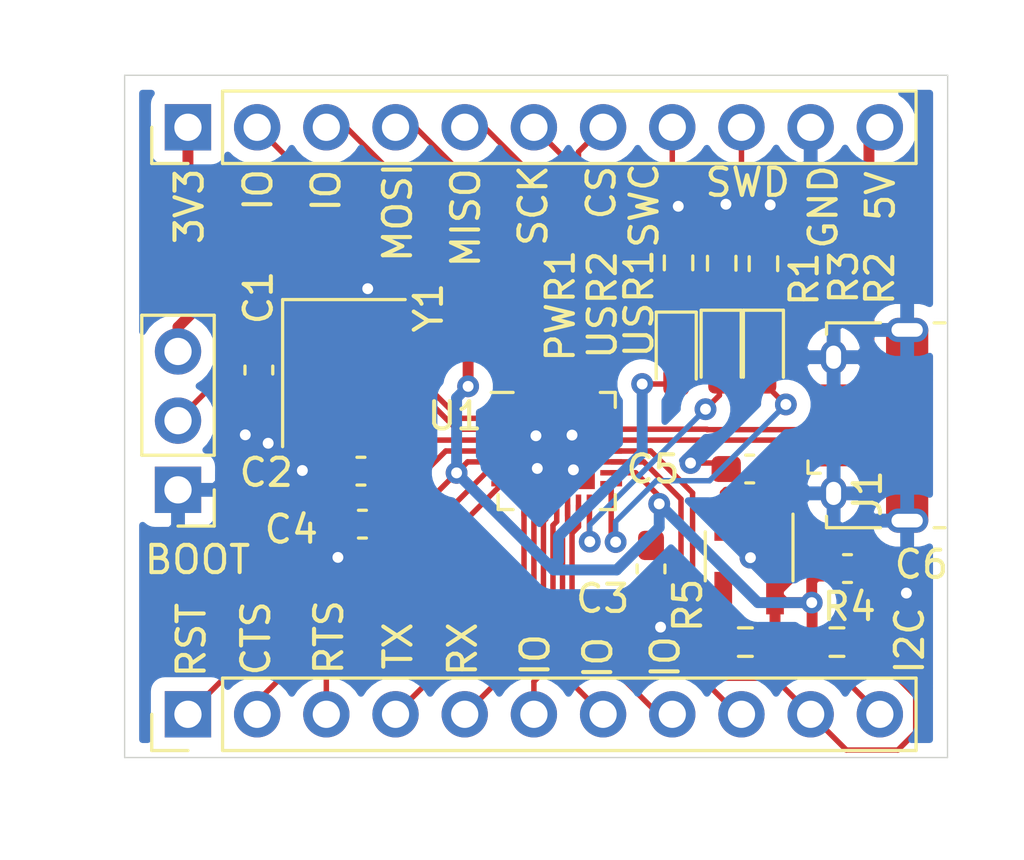
<source format=kicad_pcb>
(kicad_pcb (version 20171130) (host pcbnew 5.1.7-a382d34a8~88~ubuntu20.04.1)

  (general
    (thickness 1.6)
    (drawings 25)
    (tracks 267)
    (zones 0)
    (modules 21)
    (nets 33)
  )

  (page A4)
  (layers
    (0 F.Cu signal)
    (31 B.Cu signal)
    (32 B.Adhes user)
    (33 F.Adhes user)
    (34 B.Paste user)
    (35 F.Paste user)
    (36 B.SilkS user)
    (37 F.SilkS user)
    (38 B.Mask user)
    (39 F.Mask user)
    (40 Dwgs.User user)
    (41 Cmts.User user)
    (42 Eco1.User user)
    (43 Eco2.User user)
    (44 Edge.Cuts user)
    (45 Margin user)
    (46 B.CrtYd user)
    (47 F.CrtYd user)
    (48 B.Fab user)
    (49 F.Fab user)
  )

  (setup
    (last_trace_width 0.2)
    (trace_clearance 0.15)
    (zone_clearance 0.508)
    (zone_45_only no)
    (trace_min 0.2)
    (via_size 0.8)
    (via_drill 0.4)
    (via_min_size 0.4)
    (via_min_drill 0.3)
    (uvia_size 0.3)
    (uvia_drill 0.1)
    (uvias_allowed no)
    (uvia_min_size 0.2)
    (uvia_min_drill 0.1)
    (edge_width 0.05)
    (segment_width 0.2)
    (pcb_text_width 0.3)
    (pcb_text_size 1.5 1.5)
    (mod_edge_width 0.12)
    (mod_text_size 1 1)
    (mod_text_width 0.15)
    (pad_size 1.524 1.524)
    (pad_drill 0.762)
    (pad_to_mask_clearance 0)
    (aux_axis_origin 0 0)
    (visible_elements FFFFFF7F)
    (pcbplotparams
      (layerselection 0x010fc_ffffffff)
      (usegerberextensions false)
      (usegerberattributes true)
      (usegerberadvancedattributes true)
      (creategerberjobfile true)
      (excludeedgelayer true)
      (linewidth 0.100000)
      (plotframeref false)
      (viasonmask false)
      (mode 1)
      (useauxorigin false)
      (hpglpennumber 1)
      (hpglpenspeed 20)
      (hpglpendiameter 15.000000)
      (psnegative false)
      (psa4output false)
      (plotreference true)
      (plotvalue true)
      (plotinvisibletext false)
      (padsonsilk false)
      (subtractmaskfromsilk false)
      (outputformat 1)
      (mirror false)
      (drillshape 0)
      (scaleselection 1)
      (outputdirectory "output/"))
  )

  (net 0 "")
  (net 1 "Net-(C1-Pad2)")
  (net 2 GND)
  (net 3 "Net-(C2-Pad2)")
  (net 4 +3V3)
  (net 5 /SWCLK)
  (net 6 /SWD)
  (net 7 /NRST)
  (net 8 /BOOT)
  (net 9 /USBP)
  (net 10 /USBN)
  (net 11 /MOSI)
  (net 12 /MISO)
  (net 13 /SCK)
  (net 14 /SDA)
  (net 15 /SCL)
  (net 16 /I2C_GPIO2)
  (net 17 /I2C_GPIO1)
  (net 18 /UART_RX)
  (net 19 /UART_TX)
  (net 20 /UART_RTS)
  (net 21 /UART_CTS)
  (net 22 /SPI_GPIO4)
  (net 23 /SPI_GPIO3)
  (net 24 /SPI_GPIO2)
  (net 25 /SPI_GPIO1)
  (net 26 /CS)
  (net 27 /USR1)
  (net 28 /USR2)
  (net 29 +5V)
  (net 30 "Net-(PWR1-Pad1)")
  (net 31 "Net-(R2-Pad1)")
  (net 32 "Net-(R3-Pad1)")

  (net_class Default "This is the default net class."
    (clearance 0.15)
    (trace_width 0.2)
    (via_dia 0.8)
    (via_drill 0.4)
    (uvia_dia 0.3)
    (uvia_drill 0.1)
    (add_net +3V3)
    (add_net +5V)
    (add_net /BOOT)
    (add_net /CS)
    (add_net /I2C_GPIO1)
    (add_net /I2C_GPIO2)
    (add_net /MISO)
    (add_net /MOSI)
    (add_net /NRST)
    (add_net /SCK)
    (add_net /SCL)
    (add_net /SDA)
    (add_net /SPI_GPIO1)
    (add_net /SPI_GPIO2)
    (add_net /SPI_GPIO3)
    (add_net /SPI_GPIO4)
    (add_net /SWCLK)
    (add_net /SWD)
    (add_net /UART_CTS)
    (add_net /UART_RTS)
    (add_net /UART_RX)
    (add_net /UART_TX)
    (add_net /USBN)
    (add_net /USBP)
    (add_net /USR1)
    (add_net /USR2)
    (add_net GND)
    (add_net "Net-(C1-Pad2)")
    (add_net "Net-(C2-Pad2)")
    (add_net "Net-(PWR1-Pad1)")
    (add_net "Net-(R2-Pad1)")
    (add_net "Net-(R3-Pad1)")
  )

  (module Connector_PinHeader_2.54mm:PinHeader_1x03_P2.54mm_Vertical (layer F.Cu) (tedit 59FED5CC) (tstamp 5FCB8BFD)
    (at 142.96 97.66 180)
    (descr "Through hole straight pin header, 1x03, 2.54mm pitch, single row")
    (tags "Through hole pin header THT 1x03 2.54mm single row")
    (path /5FCBECBE)
    (fp_text reference J2 (at 0 -2.33) (layer F.SilkS) hide
      (effects (font (size 1 1) (thickness 0.15)))
    )
    (fp_text value BOOT_SEL (at 0 7.41) (layer F.Fab)
      (effects (font (size 1 1) (thickness 0.15)))
    )
    (fp_line (start -0.635 -1.27) (end 1.27 -1.27) (layer F.Fab) (width 0.1))
    (fp_line (start 1.27 -1.27) (end 1.27 6.35) (layer F.Fab) (width 0.1))
    (fp_line (start 1.27 6.35) (end -1.27 6.35) (layer F.Fab) (width 0.1))
    (fp_line (start -1.27 6.35) (end -1.27 -0.635) (layer F.Fab) (width 0.1))
    (fp_line (start -1.27 -0.635) (end -0.635 -1.27) (layer F.Fab) (width 0.1))
    (fp_line (start -1.33 6.41) (end 1.33 6.41) (layer F.SilkS) (width 0.12))
    (fp_line (start -1.33 1.27) (end -1.33 6.41) (layer F.SilkS) (width 0.12))
    (fp_line (start 1.33 1.27) (end 1.33 6.41) (layer F.SilkS) (width 0.12))
    (fp_line (start -1.33 1.27) (end 1.33 1.27) (layer F.SilkS) (width 0.12))
    (fp_line (start -1.33 0) (end -1.33 -1.33) (layer F.SilkS) (width 0.12))
    (fp_line (start -1.33 -1.33) (end 0 -1.33) (layer F.SilkS) (width 0.12))
    (fp_line (start -1.8 -1.8) (end -1.8 6.85) (layer F.CrtYd) (width 0.05))
    (fp_line (start -1.8 6.85) (end 1.8 6.85) (layer F.CrtYd) (width 0.05))
    (fp_line (start 1.8 6.85) (end 1.8 -1.8) (layer F.CrtYd) (width 0.05))
    (fp_line (start 1.8 -1.8) (end -1.8 -1.8) (layer F.CrtYd) (width 0.05))
    (fp_text user %R (at 0 2.54 90) (layer F.Fab)
      (effects (font (size 1 1) (thickness 0.15)))
    )
    (pad 3 thru_hole oval (at 0 5.08 180) (size 1.7 1.7) (drill 1) (layers *.Cu *.Mask)
      (net 4 +3V3))
    (pad 2 thru_hole oval (at 0 2.54 180) (size 1.7 1.7) (drill 1) (layers *.Cu *.Mask)
      (net 8 /BOOT))
    (pad 1 thru_hole rect (at 0 0 180) (size 1.7 1.7) (drill 1) (layers *.Cu *.Mask)
      (net 2 GND))
    (model ${KISYS3DMOD}/Connector_PinHeader_2.54mm.3dshapes/PinHeader_1x03_P2.54mm_Vertical.wrl
      (at (xyz 0 0 0))
      (scale (xyz 1 1 1))
      (rotate (xyz 0 0 0))
    )
  )

  (module Connector_PinHeader_2.54mm:PinHeader_1x11_P2.54mm_Vertical (layer F.Cu) (tedit 59FED5CC) (tstamp 5FBF4C0B)
    (at 143.325 84.35 90)
    (descr "Through hole straight pin header, 1x11, 2.54mm pitch, single row")
    (tags "Through hole pin header THT 1x11 2.54mm single row")
    (path /5FC59F59)
    (fp_text reference J4 (at 0 -2.33 90) (layer F.SilkS) hide
      (effects (font (size 1 1) (thickness 0.15)))
    )
    (fp_text value Conn_01x11 (at 0 27.73 90) (layer F.Fab)
      (effects (font (size 1 1) (thickness 0.15)))
    )
    (fp_line (start 1.8 -1.8) (end -1.8 -1.8) (layer F.CrtYd) (width 0.05))
    (fp_line (start 1.8 27.2) (end 1.8 -1.8) (layer F.CrtYd) (width 0.05))
    (fp_line (start -1.8 27.2) (end 1.8 27.2) (layer F.CrtYd) (width 0.05))
    (fp_line (start -1.8 -1.8) (end -1.8 27.2) (layer F.CrtYd) (width 0.05))
    (fp_line (start -1.33 -1.33) (end 0 -1.33) (layer F.SilkS) (width 0.12))
    (fp_line (start -1.33 0) (end -1.33 -1.33) (layer F.SilkS) (width 0.12))
    (fp_line (start -1.33 1.27) (end 1.33 1.27) (layer F.SilkS) (width 0.12))
    (fp_line (start 1.33 1.27) (end 1.33 26.73) (layer F.SilkS) (width 0.12))
    (fp_line (start -1.33 1.27) (end -1.33 26.73) (layer F.SilkS) (width 0.12))
    (fp_line (start -1.33 26.73) (end 1.33 26.73) (layer F.SilkS) (width 0.12))
    (fp_line (start -1.27 -0.635) (end -0.635 -1.27) (layer F.Fab) (width 0.1))
    (fp_line (start -1.27 26.67) (end -1.27 -0.635) (layer F.Fab) (width 0.1))
    (fp_line (start 1.27 26.67) (end -1.27 26.67) (layer F.Fab) (width 0.1))
    (fp_line (start 1.27 -1.27) (end 1.27 26.67) (layer F.Fab) (width 0.1))
    (fp_line (start -0.635 -1.27) (end 1.27 -1.27) (layer F.Fab) (width 0.1))
    (fp_text user %R (at 0 12.7) (layer F.Fab)
      (effects (font (size 1 1) (thickness 0.15)))
    )
    (pad 11 thru_hole oval (at 0 25.4 90) (size 1.7 1.7) (drill 1) (layers *.Cu *.Mask)
      (net 29 +5V))
    (pad 10 thru_hole oval (at 0 22.86 90) (size 1.7 1.7) (drill 1) (layers *.Cu *.Mask)
      (net 2 GND))
    (pad 9 thru_hole oval (at 0 20.32 90) (size 1.7 1.7) (drill 1) (layers *.Cu *.Mask)
      (net 6 /SWD))
    (pad 8 thru_hole oval (at 0 17.78 90) (size 1.7 1.7) (drill 1) (layers *.Cu *.Mask)
      (net 5 /SWCLK))
    (pad 7 thru_hole oval (at 0 15.24 90) (size 1.7 1.7) (drill 1) (layers *.Cu *.Mask)
      (net 26 /CS))
    (pad 6 thru_hole oval (at 0 12.7 90) (size 1.7 1.7) (drill 1) (layers *.Cu *.Mask)
      (net 13 /SCK))
    (pad 5 thru_hole oval (at 0 10.16 90) (size 1.7 1.7) (drill 1) (layers *.Cu *.Mask)
      (net 12 /MISO))
    (pad 4 thru_hole oval (at 0 7.62 90) (size 1.7 1.7) (drill 1) (layers *.Cu *.Mask)
      (net 11 /MOSI))
    (pad 3 thru_hole oval (at 0 5.08 90) (size 1.7 1.7) (drill 1) (layers *.Cu *.Mask)
      (net 25 /SPI_GPIO1))
    (pad 2 thru_hole oval (at 0 2.54 90) (size 1.7 1.7) (drill 1) (layers *.Cu *.Mask)
      (net 24 /SPI_GPIO2))
    (pad 1 thru_hole rect (at 0 0 90) (size 1.7 1.7) (drill 1) (layers *.Cu *.Mask)
      (net 4 +3V3))
    (model ${KISYS3DMOD}/Connector_PinHeader_2.54mm.3dshapes/PinHeader_1x11_P2.54mm_Vertical.wrl
      (at (xyz 0 0 0))
      (scale (xyz 1 1 1))
      (rotate (xyz 0 0 0))
    )
  )

  (module Connector_PinHeader_2.54mm:PinHeader_1x11_P2.54mm_Vertical (layer F.Cu) (tedit 59FED5CC) (tstamp 5FBEE071)
    (at 143.325 105.9 90)
    (descr "Through hole straight pin header, 1x11, 2.54mm pitch, single row")
    (tags "Through hole pin header THT 1x11 2.54mm single row")
    (path /5FC348E6)
    (fp_text reference J3 (at 0 -2.33 90) (layer F.SilkS) hide
      (effects (font (size 1 1) (thickness 0.15)))
    )
    (fp_text value Conn_01x11 (at 0 27.73 90) (layer F.Fab)
      (effects (font (size 1 1) (thickness 0.15)))
    )
    (fp_line (start 1.8 -1.8) (end -1.8 -1.8) (layer F.CrtYd) (width 0.05))
    (fp_line (start 1.8 27.2) (end 1.8 -1.8) (layer F.CrtYd) (width 0.05))
    (fp_line (start -1.8 27.2) (end 1.8 27.2) (layer F.CrtYd) (width 0.05))
    (fp_line (start -1.8 -1.8) (end -1.8 27.2) (layer F.CrtYd) (width 0.05))
    (fp_line (start -1.33 -1.33) (end 0 -1.33) (layer F.SilkS) (width 0.12))
    (fp_line (start -1.33 0) (end -1.33 -1.33) (layer F.SilkS) (width 0.12))
    (fp_line (start -1.33 1.27) (end 1.33 1.27) (layer F.SilkS) (width 0.12))
    (fp_line (start 1.33 1.27) (end 1.33 26.73) (layer F.SilkS) (width 0.12))
    (fp_line (start -1.33 1.27) (end -1.33 26.73) (layer F.SilkS) (width 0.12))
    (fp_line (start -1.33 26.73) (end 1.33 26.73) (layer F.SilkS) (width 0.12))
    (fp_line (start -1.27 -0.635) (end -0.635 -1.27) (layer F.Fab) (width 0.1))
    (fp_line (start -1.27 26.67) (end -1.27 -0.635) (layer F.Fab) (width 0.1))
    (fp_line (start 1.27 26.67) (end -1.27 26.67) (layer F.Fab) (width 0.1))
    (fp_line (start 1.27 -1.27) (end 1.27 26.67) (layer F.Fab) (width 0.1))
    (fp_line (start -0.635 -1.27) (end 1.27 -1.27) (layer F.Fab) (width 0.1))
    (fp_text user %R (at 0 12.7) (layer F.Fab)
      (effects (font (size 1 1) (thickness 0.15)))
    )
    (pad 11 thru_hole oval (at 0 25.4 90) (size 1.7 1.7) (drill 1) (layers *.Cu *.Mask)
      (net 14 /SDA))
    (pad 10 thru_hole oval (at 0 22.86 90) (size 1.7 1.7) (drill 1) (layers *.Cu *.Mask)
      (net 15 /SCL))
    (pad 9 thru_hole oval (at 0 20.32 90) (size 1.7 1.7) (drill 1) (layers *.Cu *.Mask)
      (net 22 /SPI_GPIO4))
    (pad 8 thru_hole oval (at 0 17.78 90) (size 1.7 1.7) (drill 1) (layers *.Cu *.Mask)
      (net 23 /SPI_GPIO3))
    (pad 7 thru_hole oval (at 0 15.24 90) (size 1.7 1.7) (drill 1) (layers *.Cu *.Mask)
      (net 16 /I2C_GPIO2))
    (pad 6 thru_hole oval (at 0 12.7 90) (size 1.7 1.7) (drill 1) (layers *.Cu *.Mask)
      (net 17 /I2C_GPIO1))
    (pad 5 thru_hole oval (at 0 10.16 90) (size 1.7 1.7) (drill 1) (layers *.Cu *.Mask)
      (net 18 /UART_RX))
    (pad 4 thru_hole oval (at 0 7.62 90) (size 1.7 1.7) (drill 1) (layers *.Cu *.Mask)
      (net 19 /UART_TX))
    (pad 3 thru_hole oval (at 0 5.08 90) (size 1.7 1.7) (drill 1) (layers *.Cu *.Mask)
      (net 20 /UART_RTS))
    (pad 2 thru_hole oval (at 0 2.54 90) (size 1.7 1.7) (drill 1) (layers *.Cu *.Mask)
      (net 21 /UART_CTS))
    (pad 1 thru_hole rect (at 0 0 90) (size 1.7 1.7) (drill 1) (layers *.Cu *.Mask)
      (net 7 /NRST))
    (model ${KISYS3DMOD}/Connector_PinHeader_2.54mm.3dshapes/PinHeader_1x11_P2.54mm_Vertical.wrl
      (at (xyz 0 0 0))
      (scale (xyz 1 1 1))
      (rotate (xyz 0 0 0))
    )
  )

  (module Resistor_SMD:R_0603_1608Metric_Pad0.98x0.95mm_HandSolder (layer F.Cu) (tedit 5F68FEEE) (tstamp 5FBE66FF)
    (at 163.7875 103.25 180)
    (descr "Resistor SMD 0603 (1608 Metric), square (rectangular) end terminal, IPC_7351 nominal with elongated pad for handsoldering. (Body size source: IPC-SM-782 page 72, https://www.pcb-3d.com/wordpress/wp-content/uploads/ipc-sm-782a_amendment_1_and_2.pdf), generated with kicad-footprint-generator")
    (tags "resistor handsolder")
    (path /5FD045FF)
    (attr smd)
    (fp_text reference R5 (at 2.1125 1.35 90) (layer F.SilkS)
      (effects (font (size 1 1) (thickness 0.15)))
    )
    (fp_text value 2.2k (at 0 1.43) (layer F.Fab)
      (effects (font (size 1 1) (thickness 0.15)))
    )
    (fp_line (start -0.8 0.4125) (end -0.8 -0.4125) (layer F.Fab) (width 0.1))
    (fp_line (start -0.8 -0.4125) (end 0.8 -0.4125) (layer F.Fab) (width 0.1))
    (fp_line (start 0.8 -0.4125) (end 0.8 0.4125) (layer F.Fab) (width 0.1))
    (fp_line (start 0.8 0.4125) (end -0.8 0.4125) (layer F.Fab) (width 0.1))
    (fp_line (start -0.254724 -0.5225) (end 0.254724 -0.5225) (layer F.SilkS) (width 0.12))
    (fp_line (start -0.254724 0.5225) (end 0.254724 0.5225) (layer F.SilkS) (width 0.12))
    (fp_line (start -1.65 0.73) (end -1.65 -0.73) (layer F.CrtYd) (width 0.05))
    (fp_line (start -1.65 -0.73) (end 1.65 -0.73) (layer F.CrtYd) (width 0.05))
    (fp_line (start 1.65 -0.73) (end 1.65 0.73) (layer F.CrtYd) (width 0.05))
    (fp_line (start 1.65 0.73) (end -1.65 0.73) (layer F.CrtYd) (width 0.05))
    (fp_text user %R (at 0 0) (layer F.Fab)
      (effects (font (size 0.4 0.4) (thickness 0.06)))
    )
    (pad 2 smd roundrect (at 0.9125 0 180) (size 0.975 0.95) (layers F.Cu F.Paste F.Mask) (roundrect_rratio 0.25)
      (net 14 /SDA))
    (pad 1 smd roundrect (at -0.9125 0 180) (size 0.975 0.95) (layers F.Cu F.Paste F.Mask) (roundrect_rratio 0.25)
      (net 4 +3V3))
    (model ${KISYS3DMOD}/Resistor_SMD.3dshapes/R_0603_1608Metric.wrl
      (at (xyz 0 0 0))
      (scale (xyz 1 1 1))
      (rotate (xyz 0 0 0))
    )
  )

  (module Resistor_SMD:R_0603_1608Metric_Pad0.98x0.95mm_HandSolder (layer F.Cu) (tedit 5F68FEEE) (tstamp 5FBE66EE)
    (at 167.15 103.25)
    (descr "Resistor SMD 0603 (1608 Metric), square (rectangular) end terminal, IPC_7351 nominal with elongated pad for handsoldering. (Body size source: IPC-SM-782 page 72, https://www.pcb-3d.com/wordpress/wp-content/uploads/ipc-sm-782a_amendment_1_and_2.pdf), generated with kicad-footprint-generator")
    (tags "resistor handsolder")
    (path /5FD028F9)
    (attr smd)
    (fp_text reference R4 (at 0.45 -1.3) (layer F.SilkS)
      (effects (font (size 1 1) (thickness 0.15)))
    )
    (fp_text value 2.2k (at 0 1.43) (layer F.Fab)
      (effects (font (size 1 1) (thickness 0.15)))
    )
    (fp_line (start -0.8 0.4125) (end -0.8 -0.4125) (layer F.Fab) (width 0.1))
    (fp_line (start -0.8 -0.4125) (end 0.8 -0.4125) (layer F.Fab) (width 0.1))
    (fp_line (start 0.8 -0.4125) (end 0.8 0.4125) (layer F.Fab) (width 0.1))
    (fp_line (start 0.8 0.4125) (end -0.8 0.4125) (layer F.Fab) (width 0.1))
    (fp_line (start -0.254724 -0.5225) (end 0.254724 -0.5225) (layer F.SilkS) (width 0.12))
    (fp_line (start -0.254724 0.5225) (end 0.254724 0.5225) (layer F.SilkS) (width 0.12))
    (fp_line (start -1.65 0.73) (end -1.65 -0.73) (layer F.CrtYd) (width 0.05))
    (fp_line (start -1.65 -0.73) (end 1.65 -0.73) (layer F.CrtYd) (width 0.05))
    (fp_line (start 1.65 -0.73) (end 1.65 0.73) (layer F.CrtYd) (width 0.05))
    (fp_line (start 1.65 0.73) (end -1.65 0.73) (layer F.CrtYd) (width 0.05))
    (fp_text user %R (at 0 0) (layer F.Fab)
      (effects (font (size 0.4 0.4) (thickness 0.06)))
    )
    (pad 2 smd roundrect (at 0.9125 0) (size 0.975 0.95) (layers F.Cu F.Paste F.Mask) (roundrect_rratio 0.25)
      (net 15 /SCL))
    (pad 1 smd roundrect (at -0.9125 0) (size 0.975 0.95) (layers F.Cu F.Paste F.Mask) (roundrect_rratio 0.25)
      (net 4 +3V3))
    (model ${KISYS3DMOD}/Resistor_SMD.3dshapes/R_0603_1608Metric.wrl
      (at (xyz 0 0 0))
      (scale (xyz 1 1 1))
      (rotate (xyz 0 0 0))
    )
  )

  (module Package_TO_SOT_SMD:SOT-23-5_HandSoldering (layer F.Cu) (tedit 5A0AB76C) (tstamp 5FBE5CA0)
    (at 163.92652 100.10108 270)
    (descr "5-pin SOT23 package")
    (tags "SOT-23-5 hand-soldering")
    (path /5FCEFD62)
    (attr smd)
    (fp_text reference U2 (at 0.02392 2.30152 90) (layer F.SilkS) hide
      (effects (font (size 1 1) (thickness 0.15)))
    )
    (fp_text value ME6219 (at 0 2.9 90) (layer F.Fab)
      (effects (font (size 1 1) (thickness 0.15)))
    )
    (fp_line (start -0.9 1.61) (end 0.9 1.61) (layer F.SilkS) (width 0.12))
    (fp_line (start 0.9 -1.61) (end -1.55 -1.61) (layer F.SilkS) (width 0.12))
    (fp_line (start -0.9 -0.9) (end -0.25 -1.55) (layer F.Fab) (width 0.1))
    (fp_line (start 0.9 -1.55) (end -0.25 -1.55) (layer F.Fab) (width 0.1))
    (fp_line (start -0.9 -0.9) (end -0.9 1.55) (layer F.Fab) (width 0.1))
    (fp_line (start 0.9 1.55) (end -0.9 1.55) (layer F.Fab) (width 0.1))
    (fp_line (start 0.9 -1.55) (end 0.9 1.55) (layer F.Fab) (width 0.1))
    (fp_line (start -2.38 -1.8) (end 2.38 -1.8) (layer F.CrtYd) (width 0.05))
    (fp_line (start -2.38 -1.8) (end -2.38 1.8) (layer F.CrtYd) (width 0.05))
    (fp_line (start 2.38 1.8) (end 2.38 -1.8) (layer F.CrtYd) (width 0.05))
    (fp_line (start 2.38 1.8) (end -2.38 1.8) (layer F.CrtYd) (width 0.05))
    (fp_text user %R (at 0 0) (layer F.Fab)
      (effects (font (size 0.5 0.5) (thickness 0.075)))
    )
    (pad 5 smd rect (at 1.35 -0.95 270) (size 1.56 0.65) (layers F.Cu F.Paste F.Mask)
      (net 4 +3V3))
    (pad 4 smd rect (at 1.35 0.95 270) (size 1.56 0.65) (layers F.Cu F.Paste F.Mask))
    (pad 3 smd rect (at -1.35 0.95 270) (size 1.56 0.65) (layers F.Cu F.Paste F.Mask)
      (net 29 +5V))
    (pad 2 smd rect (at -1.35 0 270) (size 1.56 0.65) (layers F.Cu F.Paste F.Mask)
      (net 2 GND))
    (pad 1 smd rect (at -1.35 -0.95 270) (size 1.56 0.65) (layers F.Cu F.Paste F.Mask)
      (net 29 +5V))
    (model ${KISYS3DMOD}/Package_TO_SOT_SMD.3dshapes/SOT-23-5.wrl
      (at (xyz 0 0 0))
      (scale (xyz 1 1 1))
      (rotate (xyz 0 0 0))
    )
  )

  (module Capacitor_SMD:C_0603_1608Metric_Pad1.08x0.95mm_HandSolder (layer F.Cu) (tedit 5F68FEEF) (tstamp 5FBE57A2)
    (at 167.53696 100.55)
    (descr "Capacitor SMD 0603 (1608 Metric), square (rectangular) end terminal, IPC_7351 nominal with elongated pad for handsoldering. (Body size source: IPC-SM-782 page 76, https://www.pcb-3d.com/wordpress/wp-content/uploads/ipc-sm-782a_amendment_1_and_2.pdf), generated with kicad-footprint-generator")
    (tags "capacitor handsolder")
    (path /5FCF6757)
    (attr smd)
    (fp_text reference C6 (at 2.71304 -0.15) (layer F.SilkS)
      (effects (font (size 1 1) (thickness 0.15)))
    )
    (fp_text value 1uF (at 0 1.43) (layer F.Fab)
      (effects (font (size 1 1) (thickness 0.15)))
    )
    (fp_line (start -0.8 0.4) (end -0.8 -0.4) (layer F.Fab) (width 0.1))
    (fp_line (start -0.8 -0.4) (end 0.8 -0.4) (layer F.Fab) (width 0.1))
    (fp_line (start 0.8 -0.4) (end 0.8 0.4) (layer F.Fab) (width 0.1))
    (fp_line (start 0.8 0.4) (end -0.8 0.4) (layer F.Fab) (width 0.1))
    (fp_line (start -0.146267 -0.51) (end 0.146267 -0.51) (layer F.SilkS) (width 0.12))
    (fp_line (start -0.146267 0.51) (end 0.146267 0.51) (layer F.SilkS) (width 0.12))
    (fp_line (start -1.65 0.73) (end -1.65 -0.73) (layer F.CrtYd) (width 0.05))
    (fp_line (start -1.65 -0.73) (end 1.65 -0.73) (layer F.CrtYd) (width 0.05))
    (fp_line (start 1.65 -0.73) (end 1.65 0.73) (layer F.CrtYd) (width 0.05))
    (fp_line (start 1.65 0.73) (end -1.65 0.73) (layer F.CrtYd) (width 0.05))
    (fp_text user %R (at 0 0) (layer F.Fab)
      (effects (font (size 0.4 0.4) (thickness 0.06)))
    )
    (pad 2 smd roundrect (at 0.8625 0) (size 1.075 0.95) (layers F.Cu F.Paste F.Mask) (roundrect_rratio 0.25)
      (net 2 GND))
    (pad 1 smd roundrect (at -0.8625 0) (size 1.075 0.95) (layers F.Cu F.Paste F.Mask) (roundrect_rratio 0.25)
      (net 4 +3V3))
    (model ${KISYS3DMOD}/Capacitor_SMD.3dshapes/C_0603_1608Metric.wrl
      (at (xyz 0 0 0))
      (scale (xyz 1 1 1))
      (rotate (xyz 0 0 0))
    )
  )

  (module Capacitor_SMD:C_0603_1608Metric_Pad1.08x0.95mm_HandSolder (layer F.Cu) (tedit 5F68FEEF) (tstamp 5FBE6C7D)
    (at 163.94794 96.8956 180)
    (descr "Capacitor SMD 0603 (1608 Metric), square (rectangular) end terminal, IPC_7351 nominal with elongated pad for handsoldering. (Body size source: IPC-SM-782 page 76, https://www.pcb-3d.com/wordpress/wp-content/uploads/ipc-sm-782a_amendment_1_and_2.pdf), generated with kicad-footprint-generator")
    (tags "capacitor handsolder")
    (path /5FCF2CC1)
    (attr smd)
    (fp_text reference C5 (at 3.54794 -0.0044) (layer F.SilkS)
      (effects (font (size 1 1) (thickness 0.15)))
    )
    (fp_text value 1uF (at 0 1.43) (layer F.Fab)
      (effects (font (size 1 1) (thickness 0.15)))
    )
    (fp_line (start -0.8 0.4) (end -0.8 -0.4) (layer F.Fab) (width 0.1))
    (fp_line (start -0.8 -0.4) (end 0.8 -0.4) (layer F.Fab) (width 0.1))
    (fp_line (start 0.8 -0.4) (end 0.8 0.4) (layer F.Fab) (width 0.1))
    (fp_line (start 0.8 0.4) (end -0.8 0.4) (layer F.Fab) (width 0.1))
    (fp_line (start -0.146267 -0.51) (end 0.146267 -0.51) (layer F.SilkS) (width 0.12))
    (fp_line (start -0.146267 0.51) (end 0.146267 0.51) (layer F.SilkS) (width 0.12))
    (fp_line (start -1.65 0.73) (end -1.65 -0.73) (layer F.CrtYd) (width 0.05))
    (fp_line (start -1.65 -0.73) (end 1.65 -0.73) (layer F.CrtYd) (width 0.05))
    (fp_line (start 1.65 -0.73) (end 1.65 0.73) (layer F.CrtYd) (width 0.05))
    (fp_line (start 1.65 0.73) (end -1.65 0.73) (layer F.CrtYd) (width 0.05))
    (fp_text user %R (at 0 0) (layer F.Fab)
      (effects (font (size 0.4 0.4) (thickness 0.06)))
    )
    (pad 2 smd roundrect (at 0.8625 0 180) (size 1.075 0.95) (layers F.Cu F.Paste F.Mask) (roundrect_rratio 0.25)
      (net 2 GND))
    (pad 1 smd roundrect (at -0.8625 0 180) (size 1.075 0.95) (layers F.Cu F.Paste F.Mask) (roundrect_rratio 0.25)
      (net 29 +5V))
    (model ${KISYS3DMOD}/Capacitor_SMD.3dshapes/C_0603_1608Metric.wrl
      (at (xyz 0 0 0))
      (scale (xyz 1 1 1))
      (rotate (xyz 0 0 0))
    )
  )

  (module Resistor_SMD:R_0603_1608Metric_Pad0.98x0.95mm_HandSolder (layer F.Cu) (tedit 5F68FEEE) (tstamp 5FBE4A54)
    (at 162.92018 89.34164 90)
    (descr "Resistor SMD 0603 (1608 Metric), square (rectangular) end terminal, IPC_7351 nominal with elongated pad for handsoldering. (Body size source: IPC-SM-782 page 72, https://www.pcb-3d.com/wordpress/wp-content/uploads/ipc-sm-782a_amendment_1_and_2.pdf), generated with kicad-footprint-generator")
    (tags "resistor handsolder")
    (path /5FCC3870)
    (attr smd)
    (fp_text reference R3 (at -0.50836 4.47982 90) (layer F.SilkS)
      (effects (font (size 1 1) (thickness 0.15)))
    )
    (fp_text value 1k (at 0 1.43 90) (layer F.Fab)
      (effects (font (size 1 1) (thickness 0.15)))
    )
    (fp_line (start -0.8 0.4125) (end -0.8 -0.4125) (layer F.Fab) (width 0.1))
    (fp_line (start -0.8 -0.4125) (end 0.8 -0.4125) (layer F.Fab) (width 0.1))
    (fp_line (start 0.8 -0.4125) (end 0.8 0.4125) (layer F.Fab) (width 0.1))
    (fp_line (start 0.8 0.4125) (end -0.8 0.4125) (layer F.Fab) (width 0.1))
    (fp_line (start -0.254724 -0.5225) (end 0.254724 -0.5225) (layer F.SilkS) (width 0.12))
    (fp_line (start -0.254724 0.5225) (end 0.254724 0.5225) (layer F.SilkS) (width 0.12))
    (fp_line (start -1.65 0.73) (end -1.65 -0.73) (layer F.CrtYd) (width 0.05))
    (fp_line (start -1.65 -0.73) (end 1.65 -0.73) (layer F.CrtYd) (width 0.05))
    (fp_line (start 1.65 -0.73) (end 1.65 0.73) (layer F.CrtYd) (width 0.05))
    (fp_line (start 1.65 0.73) (end -1.65 0.73) (layer F.CrtYd) (width 0.05))
    (fp_text user %R (at 0 0 90) (layer F.Fab)
      (effects (font (size 0.4 0.4) (thickness 0.06)))
    )
    (pad 2 smd roundrect (at 0.9125 0 90) (size 0.975 0.95) (layers F.Cu F.Paste F.Mask) (roundrect_rratio 0.25)
      (net 2 GND))
    (pad 1 smd roundrect (at -0.9125 0 90) (size 0.975 0.95) (layers F.Cu F.Paste F.Mask) (roundrect_rratio 0.25)
      (net 32 "Net-(R3-Pad1)"))
    (model ${KISYS3DMOD}/Resistor_SMD.3dshapes/R_0603_1608Metric.wrl
      (at (xyz 0 0 0))
      (scale (xyz 1 1 1))
      (rotate (xyz 0 0 0))
    )
  )

  (module Resistor_SMD:R_0603_1608Metric_Pad0.98x0.95mm_HandSolder (layer F.Cu) (tedit 5F68FEEE) (tstamp 5FBE4A43)
    (at 164.4518 89.35688 90)
    (descr "Resistor SMD 0603 (1608 Metric), square (rectangular) end terminal, IPC_7351 nominal with elongated pad for handsoldering. (Body size source: IPC-SM-782 page 72, https://www.pcb-3d.com/wordpress/wp-content/uploads/ipc-sm-782a_amendment_1_and_2.pdf), generated with kicad-footprint-generator")
    (tags "resistor handsolder")
    (path /5FCC1D8F)
    (attr smd)
    (fp_text reference R2 (at -0.54312 4.2732 90) (layer F.SilkS)
      (effects (font (size 1 1) (thickness 0.15)))
    )
    (fp_text value 1k (at 0 1.43 90) (layer F.Fab)
      (effects (font (size 1 1) (thickness 0.15)))
    )
    (fp_line (start -0.8 0.4125) (end -0.8 -0.4125) (layer F.Fab) (width 0.1))
    (fp_line (start -0.8 -0.4125) (end 0.8 -0.4125) (layer F.Fab) (width 0.1))
    (fp_line (start 0.8 -0.4125) (end 0.8 0.4125) (layer F.Fab) (width 0.1))
    (fp_line (start 0.8 0.4125) (end -0.8 0.4125) (layer F.Fab) (width 0.1))
    (fp_line (start -0.254724 -0.5225) (end 0.254724 -0.5225) (layer F.SilkS) (width 0.12))
    (fp_line (start -0.254724 0.5225) (end 0.254724 0.5225) (layer F.SilkS) (width 0.12))
    (fp_line (start -1.65 0.73) (end -1.65 -0.73) (layer F.CrtYd) (width 0.05))
    (fp_line (start -1.65 -0.73) (end 1.65 -0.73) (layer F.CrtYd) (width 0.05))
    (fp_line (start 1.65 -0.73) (end 1.65 0.73) (layer F.CrtYd) (width 0.05))
    (fp_line (start 1.65 0.73) (end -1.65 0.73) (layer F.CrtYd) (width 0.05))
    (fp_text user %R (at 0 0 90) (layer F.Fab)
      (effects (font (size 0.4 0.4) (thickness 0.06)))
    )
    (pad 2 smd roundrect (at 0.9125 0 90) (size 0.975 0.95) (layers F.Cu F.Paste F.Mask) (roundrect_rratio 0.25)
      (net 2 GND))
    (pad 1 smd roundrect (at -0.9125 0 90) (size 0.975 0.95) (layers F.Cu F.Paste F.Mask) (roundrect_rratio 0.25)
      (net 31 "Net-(R2-Pad1)"))
    (model ${KISYS3DMOD}/Resistor_SMD.3dshapes/R_0603_1608Metric.wrl
      (at (xyz 0 0 0))
      (scale (xyz 1 1 1))
      (rotate (xyz 0 0 0))
    )
  )

  (module Resistor_SMD:R_0603_1608Metric_Pad0.98x0.95mm_HandSolder (layer F.Cu) (tedit 5F68FEEE) (tstamp 5FBE4A32)
    (at 161.33522 89.32768 90)
    (descr "Resistor SMD 0603 (1608 Metric), square (rectangular) end terminal, IPC_7351 nominal with elongated pad for handsoldering. (Body size source: IPC-SM-782 page 72, https://www.pcb-3d.com/wordpress/wp-content/uploads/ipc-sm-782a_amendment_1_and_2.pdf), generated with kicad-footprint-generator")
    (tags "resistor handsolder")
    (path /5FCC9D32)
    (attr smd)
    (fp_text reference R1 (at -0.59732 4.61478 90) (layer F.SilkS)
      (effects (font (size 1 1) (thickness 0.15)))
    )
    (fp_text value 1k (at 0 1.43 90) (layer F.Fab)
      (effects (font (size 1 1) (thickness 0.15)))
    )
    (fp_line (start -0.8 0.4125) (end -0.8 -0.4125) (layer F.Fab) (width 0.1))
    (fp_line (start -0.8 -0.4125) (end 0.8 -0.4125) (layer F.Fab) (width 0.1))
    (fp_line (start 0.8 -0.4125) (end 0.8 0.4125) (layer F.Fab) (width 0.1))
    (fp_line (start 0.8 0.4125) (end -0.8 0.4125) (layer F.Fab) (width 0.1))
    (fp_line (start -0.254724 -0.5225) (end 0.254724 -0.5225) (layer F.SilkS) (width 0.12))
    (fp_line (start -0.254724 0.5225) (end 0.254724 0.5225) (layer F.SilkS) (width 0.12))
    (fp_line (start -1.65 0.73) (end -1.65 -0.73) (layer F.CrtYd) (width 0.05))
    (fp_line (start -1.65 -0.73) (end 1.65 -0.73) (layer F.CrtYd) (width 0.05))
    (fp_line (start 1.65 -0.73) (end 1.65 0.73) (layer F.CrtYd) (width 0.05))
    (fp_line (start 1.65 0.73) (end -1.65 0.73) (layer F.CrtYd) (width 0.05))
    (fp_text user %R (at 0 0 90) (layer F.Fab)
      (effects (font (size 0.4 0.4) (thickness 0.06)))
    )
    (pad 2 smd roundrect (at 0.9125 0 90) (size 0.975 0.95) (layers F.Cu F.Paste F.Mask) (roundrect_rratio 0.25)
      (net 2 GND))
    (pad 1 smd roundrect (at -0.9125 0 90) (size 0.975 0.95) (layers F.Cu F.Paste F.Mask) (roundrect_rratio 0.25)
      (net 30 "Net-(PWR1-Pad1)"))
    (model ${KISYS3DMOD}/Resistor_SMD.3dshapes/R_0603_1608Metric.wrl
      (at (xyz 0 0 0))
      (scale (xyz 1 1 1))
      (rotate (xyz 0 0 0))
    )
  )

  (module LED_SMD:LED_0603_1608Metric_Pad1.05x0.95mm_HandSolder (layer F.Cu) (tedit 5F68FEF1) (tstamp 5FBE4831)
    (at 162.9 92.725 270)
    (descr "LED SMD 0603 (1608 Metric), square (rectangular) end terminal, IPC_7351 nominal, (Body size source: http://www.tortai-tech.com/upload/download/2011102023233369053.pdf), generated with kicad-footprint-generator")
    (tags "LED handsolder")
    (path /5FCC386A)
    (attr smd)
    (fp_text reference USR2 (at -1.85642 4.3605 90) (layer F.SilkS)
      (effects (font (size 1 1) (thickness 0.15)))
    )
    (fp_text value USR1 (at 0 1.43 90) (layer F.Fab)
      (effects (font (size 1 1) (thickness 0.15)))
    )
    (fp_line (start 0.8 -0.4) (end -0.5 -0.4) (layer F.Fab) (width 0.1))
    (fp_line (start -0.5 -0.4) (end -0.8 -0.1) (layer F.Fab) (width 0.1))
    (fp_line (start -0.8 -0.1) (end -0.8 0.4) (layer F.Fab) (width 0.1))
    (fp_line (start -0.8 0.4) (end 0.8 0.4) (layer F.Fab) (width 0.1))
    (fp_line (start 0.8 0.4) (end 0.8 -0.4) (layer F.Fab) (width 0.1))
    (fp_line (start 0.8 -0.735) (end -1.66 -0.735) (layer F.SilkS) (width 0.12))
    (fp_line (start -1.66 -0.735) (end -1.66 0.735) (layer F.SilkS) (width 0.12))
    (fp_line (start -1.66 0.735) (end 0.8 0.735) (layer F.SilkS) (width 0.12))
    (fp_line (start -1.65 0.73) (end -1.65 -0.73) (layer F.CrtYd) (width 0.05))
    (fp_line (start -1.65 -0.73) (end 1.65 -0.73) (layer F.CrtYd) (width 0.05))
    (fp_line (start 1.65 -0.73) (end 1.65 0.73) (layer F.CrtYd) (width 0.05))
    (fp_line (start 1.65 0.73) (end -1.65 0.73) (layer F.CrtYd) (width 0.05))
    (fp_text user %R (at 0 0 90) (layer F.Fab)
      (effects (font (size 0.4 0.4) (thickness 0.06)))
    )
    (pad 2 smd roundrect (at 0.875 0 270) (size 1.05 0.95) (layers F.Cu F.Paste F.Mask) (roundrect_rratio 0.25)
      (net 28 /USR2))
    (pad 1 smd roundrect (at -0.875 0 270) (size 1.05 0.95) (layers F.Cu F.Paste F.Mask) (roundrect_rratio 0.25)
      (net 32 "Net-(R3-Pad1)"))
    (model ${KISYS3DMOD}/LED_SMD.3dshapes/LED_0603_1608Metric.wrl
      (at (xyz 0 0 0))
      (scale (xyz 1 1 1))
      (rotate (xyz 0 0 0))
    )
  )

  (module LED_SMD:LED_0603_1608Metric_Pad1.05x0.95mm_HandSolder (layer F.Cu) (tedit 5F68FEF1) (tstamp 5FBE481E)
    (at 164.45 92.725 270)
    (descr "LED SMD 0603 (1608 Metric), square (rectangular) end terminal, IPC_7351 nominal, (Body size source: http://www.tortai-tech.com/upload/download/2011102023233369053.pdf), generated with kicad-footprint-generator")
    (tags "LED handsolder")
    (path /5FCBEC31)
    (attr smd)
    (fp_text reference USR1 (at -1.90902 4.56578 90) (layer F.SilkS)
      (effects (font (size 1 1) (thickness 0.15)))
    )
    (fp_text value USR1 (at 0 1.43 90) (layer F.Fab)
      (effects (font (size 1 1) (thickness 0.15)))
    )
    (fp_line (start 0.8 -0.4) (end -0.5 -0.4) (layer F.Fab) (width 0.1))
    (fp_line (start -0.5 -0.4) (end -0.8 -0.1) (layer F.Fab) (width 0.1))
    (fp_line (start -0.8 -0.1) (end -0.8 0.4) (layer F.Fab) (width 0.1))
    (fp_line (start -0.8 0.4) (end 0.8 0.4) (layer F.Fab) (width 0.1))
    (fp_line (start 0.8 0.4) (end 0.8 -0.4) (layer F.Fab) (width 0.1))
    (fp_line (start 0.8 -0.735) (end -1.66 -0.735) (layer F.SilkS) (width 0.12))
    (fp_line (start -1.66 -0.735) (end -1.66 0.735) (layer F.SilkS) (width 0.12))
    (fp_line (start -1.66 0.735) (end 0.8 0.735) (layer F.SilkS) (width 0.12))
    (fp_line (start -1.65 0.73) (end -1.65 -0.73) (layer F.CrtYd) (width 0.05))
    (fp_line (start -1.65 -0.73) (end 1.65 -0.73) (layer F.CrtYd) (width 0.05))
    (fp_line (start 1.65 -0.73) (end 1.65 0.73) (layer F.CrtYd) (width 0.05))
    (fp_line (start 1.65 0.73) (end -1.65 0.73) (layer F.CrtYd) (width 0.05))
    (fp_text user %R (at 0 0 90) (layer F.Fab)
      (effects (font (size 0.4 0.4) (thickness 0.06)))
    )
    (pad 2 smd roundrect (at 0.875 0 270) (size 1.05 0.95) (layers F.Cu F.Paste F.Mask) (roundrect_rratio 0.25)
      (net 27 /USR1))
    (pad 1 smd roundrect (at -0.875 0 270) (size 1.05 0.95) (layers F.Cu F.Paste F.Mask) (roundrect_rratio 0.25)
      (net 31 "Net-(R2-Pad1)"))
    (model ${KISYS3DMOD}/LED_SMD.3dshapes/LED_0603_1608Metric.wrl
      (at (xyz 0 0 0))
      (scale (xyz 1 1 1))
      (rotate (xyz 0 0 0))
    )
  )

  (module LED_SMD:LED_0603_1608Metric_Pad1.05x0.95mm_HandSolder (layer F.Cu) (tedit 5F68FEF1) (tstamp 5FBE480B)
    (at 161.25054 92.79338 270)
    (descr "LED SMD 0603 (1608 Metric), square (rectangular) end terminal, IPC_7351 nominal, (Body size source: http://www.tortai-tech.com/upload/download/2011102023233369053.pdf), generated with kicad-footprint-generator")
    (tags "LED handsolder")
    (path /5FCC9D2C)
    (attr smd)
    (fp_text reference PWR1 (at -1.89338 4.25054 90) (layer F.SilkS)
      (effects (font (size 1 1) (thickness 0.15)))
    )
    (fp_text value PWR (at 0 1.43 90) (layer F.Fab)
      (effects (font (size 1 1) (thickness 0.15)))
    )
    (fp_line (start 0.8 -0.4) (end -0.5 -0.4) (layer F.Fab) (width 0.1))
    (fp_line (start -0.5 -0.4) (end -0.8 -0.1) (layer F.Fab) (width 0.1))
    (fp_line (start -0.8 -0.1) (end -0.8 0.4) (layer F.Fab) (width 0.1))
    (fp_line (start -0.8 0.4) (end 0.8 0.4) (layer F.Fab) (width 0.1))
    (fp_line (start 0.8 0.4) (end 0.8 -0.4) (layer F.Fab) (width 0.1))
    (fp_line (start 0.8 -0.735) (end -1.66 -0.735) (layer F.SilkS) (width 0.12))
    (fp_line (start -1.66 -0.735) (end -1.66 0.735) (layer F.SilkS) (width 0.12))
    (fp_line (start -1.66 0.735) (end 0.8 0.735) (layer F.SilkS) (width 0.12))
    (fp_line (start -1.65 0.73) (end -1.65 -0.73) (layer F.CrtYd) (width 0.05))
    (fp_line (start -1.65 -0.73) (end 1.65 -0.73) (layer F.CrtYd) (width 0.05))
    (fp_line (start 1.65 -0.73) (end 1.65 0.73) (layer F.CrtYd) (width 0.05))
    (fp_line (start 1.65 0.73) (end -1.65 0.73) (layer F.CrtYd) (width 0.05))
    (fp_text user %R (at 0 0 90) (layer F.Fab)
      (effects (font (size 0.4 0.4) (thickness 0.06)))
    )
    (pad 2 smd roundrect (at 0.875 0 270) (size 1.05 0.95) (layers F.Cu F.Paste F.Mask) (roundrect_rratio 0.25)
      (net 4 +3V3))
    (pad 1 smd roundrect (at -0.875 0 270) (size 1.05 0.95) (layers F.Cu F.Paste F.Mask) (roundrect_rratio 0.25)
      (net 30 "Net-(PWR1-Pad1)"))
    (model ${KISYS3DMOD}/LED_SMD.3dshapes/LED_0603_1608Metric.wrl
      (at (xyz 0 0 0))
      (scale (xyz 1 1 1))
      (rotate (xyz 0 0 0))
    )
  )

  (module gd32f150:QFN-28_EP_4x4_Pitch0.4mm (layer F.Cu) (tedit 0) (tstamp 5FBDD4E0)
    (at 156.8623 96.23392)
    (path /5FBD9420)
    (attr smd)
    (fp_text reference U1 (at -3.7373 -1.28392) (layer F.SilkS)
      (effects (font (size 1 1) (thickness 0.15)))
    )
    (fp_text value GD32F150G8 (at 0 3.65) (layer F.Fab)
      (effects (font (size 1 1) (thickness 0.15)))
    )
    (fp_line (start -1 -2) (end -2 -1) (layer F.Fab) (width 0.15))
    (fp_line (start -2 -1) (end -2 2) (layer F.Fab) (width 0.15))
    (fp_line (start -2 2) (end 2 2) (layer F.Fab) (width 0.15))
    (fp_line (start 2 2) (end 2 -2) (layer F.Fab) (width 0.15))
    (fp_line (start 2 -2) (end -1 -2) (layer F.Fab) (width 0.15))
    (fp_line (start 1.6 -2.15) (end 2.15 -2.15) (layer F.SilkS) (width 0.12))
    (fp_line (start 2.15 -2.15) (end 2.15 -1.6) (layer F.SilkS) (width 0.12))
    (fp_line (start 1.6 2.15) (end 2.15 2.15) (layer F.SilkS) (width 0.12))
    (fp_line (start 2.15 2.15) (end 2.15 1.6) (layer F.SilkS) (width 0.12))
    (fp_line (start -1.6 2.15) (end -2.15 2.15) (layer F.SilkS) (width 0.12))
    (fp_line (start -2.15 2.15) (end -2.15 1.6) (layer F.SilkS) (width 0.12))
    (fp_line (start -1.6 -2.15) (end -2.4 -2.15) (layer F.SilkS) (width 0.12))
    (fp_line (start -2.65 -2.65) (end 2.65 -2.65) (layer F.CrtYd) (width 0.05))
    (fp_line (start 2.65 -2.65) (end 2.65 2.65) (layer F.CrtYd) (width 0.05))
    (fp_line (start 2.65 2.65) (end -2.65 2.65) (layer F.CrtYd) (width 0.05))
    (fp_line (start -2.65 2.65) (end -2.65 -2.65) (layer F.CrtYd) (width 0.05))
    (pad 29 smd rect (at 1.05 1.05) (size 0.7 0.7) (layers F.Cu F.Paste F.Mask)
      (net 2 GND) (solder_paste_margin -0.75))
    (pad 29 smd rect (at 1.05 0.35) (size 0.7 0.7) (layers F.Cu F.Paste F.Mask)
      (net 2 GND) (solder_paste_margin -0.75))
    (pad 29 smd rect (at 1.05 -0.35) (size 0.7 0.7) (layers F.Cu F.Paste F.Mask)
      (net 2 GND) (solder_paste_margin -0.75))
    (pad 29 smd rect (at 1.05 -1.05) (size 0.7 0.7) (layers F.Cu F.Paste F.Mask)
      (net 2 GND) (solder_paste_margin -0.75))
    (pad 29 smd rect (at 0.35 1.05) (size 0.7 0.7) (layers F.Cu F.Paste F.Mask)
      (net 2 GND) (solder_paste_margin -0.75))
    (pad 29 smd rect (at 0.35 0.35) (size 0.7 0.7) (layers F.Cu F.Paste F.Mask)
      (net 2 GND) (solder_paste_margin -0.75))
    (pad 29 smd rect (at 0.35 -0.35) (size 0.7 0.7) (layers F.Cu F.Paste F.Mask)
      (net 2 GND) (solder_paste_margin -0.75))
    (pad 29 smd rect (at 0.35 -1.05) (size 0.7 0.7) (layers F.Cu F.Paste F.Mask)
      (net 2 GND) (solder_paste_margin -0.75))
    (pad 29 smd rect (at -0.35 1.05) (size 0.7 0.7) (layers F.Cu F.Paste F.Mask)
      (net 2 GND) (solder_paste_margin -0.75))
    (pad 29 smd rect (at -0.35 0.35) (size 0.7 0.7) (layers F.Cu F.Paste F.Mask)
      (net 2 GND) (solder_paste_margin -0.75))
    (pad 29 smd rect (at -0.35 -0.35) (size 0.7 0.7) (layers F.Cu F.Paste F.Mask)
      (net 2 GND) (solder_paste_margin -0.75))
    (pad 29 smd rect (at -0.35 -1.05) (size 0.7 0.7) (layers F.Cu F.Paste F.Mask)
      (net 2 GND) (solder_paste_margin -0.75))
    (pad 29 smd rect (at -1.05 1.05) (size 0.7 0.7) (layers F.Cu F.Paste F.Mask)
      (net 2 GND) (solder_paste_margin -0.75))
    (pad 29 smd rect (at -1.05 0.35) (size 0.7 0.7) (layers F.Cu F.Paste F.Mask)
      (net 2 GND) (solder_paste_margin -0.75))
    (pad 29 smd rect (at -1.05 -0.35) (size 0.7 0.7) (layers F.Cu F.Paste F.Mask)
      (net 2 GND) (solder_paste_margin -0.75))
    (pad 29 smd rect (at -1.05 -1.05) (size 0.7 0.7) (layers F.Cu F.Paste F.Mask)
      (net 2 GND) (solder_paste_margin -0.75))
    (pad 28 smd rect (at -1.2 -2) (size 0.2 0.8) (layers F.Cu F.Paste F.Mask)
      (net 24 /SPI_GPIO2))
    (pad 27 smd rect (at -0.8 -2) (size 0.2 0.8) (layers F.Cu F.Paste F.Mask)
      (net 25 /SPI_GPIO1))
    (pad 26 smd rect (at -0.4 -2) (size 0.2 0.8) (layers F.Cu F.Paste F.Mask)
      (net 11 /MOSI))
    (pad 25 smd rect (at 0 -2) (size 0.2 0.8) (layers F.Cu F.Paste F.Mask)
      (net 12 /MISO))
    (pad 24 smd rect (at 0.4 -2) (size 0.2 0.8) (layers F.Cu F.Paste F.Mask)
      (net 13 /SCK))
    (pad 23 smd rect (at 0.8 -2) (size 0.2 0.8) (layers F.Cu F.Paste F.Mask)
      (net 26 /CS))
    (pad 22 smd rect (at 1.2 -2) (size 0.2 0.8) (layers F.Cu F.Paste F.Mask)
      (net 5 /SWCLK))
    (pad 21 smd rect (at 2 -1.2 90) (size 0.2 0.8) (layers F.Cu F.Paste F.Mask)
      (net 6 /SWD))
    (pad 20 smd rect (at 2 -0.8 90) (size 0.2 0.8) (layers F.Cu F.Paste F.Mask)
      (net 9 /USBP))
    (pad 19 smd rect (at 2 -0.4 90) (size 0.2 0.8) (layers F.Cu F.Paste F.Mask)
      (net 10 /USBN))
    (pad 18 smd rect (at 2 0 90) (size 0.2 0.8) (layers F.Cu F.Paste F.Mask)
      (net 14 /SDA))
    (pad 17 smd rect (at 2 0.4 90) (size 0.2 0.8) (layers F.Cu F.Paste F.Mask)
      (net 15 /SCL))
    (pad 16 smd rect (at 2 0.8 90) (size 0.2 0.8) (layers F.Cu F.Paste F.Mask)
      (net 4 +3V3))
    (pad 15 smd rect (at 2 1.2 90) (size 0.2 0.8) (layers F.Cu F.Paste F.Mask)
      (net 27 /USR1))
    (pad 14 smd rect (at 1.2 2) (size 0.2 0.8) (layers F.Cu F.Paste F.Mask)
      (net 28 /USR2))
    (pad 13 smd rect (at 0.8 2) (size 0.2 0.8) (layers F.Cu F.Paste F.Mask)
      (net 22 /SPI_GPIO4))
    (pad 12 smd rect (at 0.4 2) (size 0.2 0.8) (layers F.Cu F.Paste F.Mask)
      (net 23 /SPI_GPIO3))
    (pad 11 smd rect (at 0 2) (size 0.2 0.8) (layers F.Cu F.Paste F.Mask)
      (net 16 /I2C_GPIO2))
    (pad 10 smd rect (at -0.4 2) (size 0.2 0.8) (layers F.Cu F.Paste F.Mask)
      (net 17 /I2C_GPIO1))
    (pad 9 smd rect (at -0.8 2) (size 0.2 0.8) (layers F.Cu F.Paste F.Mask)
      (net 18 /UART_RX))
    (pad 8 smd rect (at -1.2 2) (size 0.2 0.8) (layers F.Cu F.Paste F.Mask)
      (net 19 /UART_TX))
    (pad 7 smd rect (at -2 1.2 90) (size 0.2 0.8) (layers F.Cu F.Paste F.Mask)
      (net 20 /UART_RTS))
    (pad 6 smd rect (at -2 0.8 90) (size 0.2 0.8) (layers F.Cu F.Paste F.Mask)
      (net 21 /UART_CTS))
    (pad 5 smd rect (at -2 0.4 90) (size 0.2 0.8) (layers F.Cu F.Paste F.Mask)
      (net 4 +3V3))
    (pad 4 smd rect (at -2 0 90) (size 0.2 0.8) (layers F.Cu F.Paste F.Mask)
      (net 7 /NRST))
    (pad 3 smd rect (at -2 -0.4 90) (size 0.2 0.8) (layers F.Cu F.Paste F.Mask)
      (net 3 "Net-(C2-Pad2)"))
    (pad 2 smd rect (at -2 -0.8 90) (size 0.2 0.8) (layers F.Cu F.Paste F.Mask)
      (net 1 "Net-(C1-Pad2)"))
    (pad 1 smd rect (at -2 -1.2 90) (size 0.2 0.8) (layers F.Cu F.Paste F.Mask)
      (net 8 /BOOT))
  )

  (module Connector_USB:USB_Micro-B_Amphenol_10118194_Horizontal (layer F.Cu) (tedit 5F2142B6) (tstamp 5FBDD7E3)
    (at 168.4274 95.29032 90)
    (descr "USB Micro-B receptacle, horizontal, SMD, 10118194, https://cdn.amphenol-icc.com/media/wysiwyg/files/drawing/10118194.pdf")
    (tags "USB Micro B horizontal SMD")
    (path /5FBF894E)
    (attr smd)
    (fp_text reference J1 (at -2.50968 -0.1524 90) (layer F.SilkS)
      (effects (font (size 1 1) (thickness 0.15)))
    )
    (fp_text value USB_IN (at 0 4.75 90) (layer F.Fab)
      (effects (font (size 1 1) (thickness 0.15)))
    )
    (fp_line (start -3.65 -0.55) (end -2.65 -1.55) (layer F.Fab) (width 0.1))
    (fp_line (start -1.76 -1.89) (end -1.76 -2.34) (layer F.SilkS) (width 0.12))
    (fp_line (start -1.31 -2.34) (end -1.76 -2.34) (layer F.SilkS) (width 0.12))
    (fp_line (start 4.45 -2.58) (end 4.45 3.95) (layer F.CrtYd) (width 0.05))
    (fp_line (start -4.45 -2.58) (end -4.45 3.95) (layer F.CrtYd) (width 0.05))
    (fp_line (start -4.45 -2.58) (end 4.45 -2.58) (layer F.CrtYd) (width 0.05))
    (fp_line (start -4.45 3.95) (end 4.45 3.95) (layer F.CrtYd) (width 0.05))
    (fp_line (start 3 2.75) (end -3 2.75) (layer Dwgs.User) (width 0.1))
    (fp_line (start -3.76 -1.66) (end -3.34 -1.66) (layer F.SilkS) (width 0.12))
    (fp_line (start -3.76 0.32) (end -3.76 -1.66) (layer F.SilkS) (width 0.12))
    (fp_line (start -3.76 2.69) (end -3.76 2.29) (layer F.SilkS) (width 0.12))
    (fp_line (start 3.76 2.29) (end 3.76 2.69) (layer F.SilkS) (width 0.12))
    (fp_line (start 3.76 -1.66) (end 3.34 -1.66) (layer F.SilkS) (width 0.12))
    (fp_line (start 3.76 0.32) (end 3.76 -1.66) (layer F.SilkS) (width 0.12))
    (fp_line (start -3.65 3.45) (end -3.65 -0.55) (layer F.Fab) (width 0.1))
    (fp_line (start 3.65 3.45) (end -3.65 3.45) (layer F.Fab) (width 0.1))
    (fp_line (start 3.65 -1.55) (end 3.65 3.45) (layer F.Fab) (width 0.1))
    (fp_line (start -2.65 -1.55) (end 3.65 -1.55) (layer F.Fab) (width 0.1))
    (fp_text user "PCB Edge" (at 0 2.75 90) (layer Dwgs.User)
      (effects (font (size 0.5 0.5) (thickness 0.08)))
    )
    (fp_text user %R (at 0 -0.05 90) (layer F.Fab)
      (effects (font (size 1 1) (thickness 0.15)))
    )
    (pad "" smd oval (at 2.5 -1.4 90) (size 1.25 0.95) (layers F.Paste))
    (pad "" smd oval (at -2.5 -1.4 90) (size 1.25 0.95) (layers F.Paste))
    (pad 6 thru_hole oval (at 3.5 1.3 90) (size 0.89 1.55) (drill oval 0.5 1.15) (layers *.Cu *.Mask)
      (net 2 GND))
    (pad 6 thru_hole oval (at -3.5 1.3 90) (size 0.89 1.55) (drill oval 0.5 1.15) (layers *.Cu *.Mask)
      (net 2 GND))
    (pad 6 smd rect (at 2.9 1.3 90) (size 1.2 1.55) (layers F.Cu F.Paste F.Mask)
      (net 2 GND))
    (pad 6 smd rect (at -2.9 1.3 90) (size 1.2 1.55) (layers F.Cu F.Paste F.Mask)
      (net 2 GND))
    (pad "" smd oval (at 3.5 1.3 90) (size 0.89 1.55) (layers F.Paste))
    (pad 6 smd rect (at 1 1.3 90) (size 1.5 1.55) (layers F.Cu F.Paste F.Mask)
      (net 2 GND))
    (pad 6 smd rect (at -1 1.3 90) (size 1.5 1.55) (layers F.Cu F.Paste F.Mask)
      (net 2 GND))
    (pad 6 thru_hole oval (at 2.5 -1.4 90) (size 1.25 0.95) (drill oval 0.85 0.55) (layers *.Cu *.Mask)
      (net 2 GND))
    (pad "" smd oval (at -3.5 1.3 90) (size 0.89 1.55) (layers F.Paste))
    (pad 6 thru_hole oval (at -2.5 -1.4 90) (size 1.25 0.95) (drill oval 0.85 0.55) (layers *.Cu *.Mask)
      (net 2 GND))
    (pad 5 smd rect (at 1.3 -1.4 90) (size 0.4 1.35) (layers F.Cu F.Paste F.Mask)
      (net 2 GND))
    (pad 4 smd rect (at 0.65 -1.4 90) (size 0.4 1.35) (layers F.Cu F.Paste F.Mask))
    (pad 3 smd rect (at 0 -1.4 90) (size 0.4 1.35) (layers F.Cu F.Paste F.Mask)
      (net 9 /USBP))
    (pad 2 smd rect (at -0.65 -1.4 90) (size 0.4 1.35) (layers F.Cu F.Paste F.Mask)
      (net 10 /USBN))
    (pad 1 smd rect (at -1.3 -1.4 90) (size 0.4 1.35) (layers F.Cu F.Paste F.Mask)
      (net 29 +5V))
    (model ${KISYS3DMOD}/Connector_USB.3dshapes/USB_Micro-B_Amphenol_10118194_Horizontal.wrl
      (at (xyz 0 0 0))
      (scale (xyz 1 1 1))
      (rotate (xyz 0 0 0))
    )
  )

  (module Crystal:Crystal_SMD_3225-4Pin_3.2x2.5mm_HandSoldering (layer F.Cu) (tedit 5A0FD1B2) (tstamp 5FBDD4F4)
    (at 149.05008 93.37454 270)
    (descr "SMD Crystal SERIES SMD3225/4 http://www.txccrystal.com/images/pdf/7m-accuracy.pdf, hand-soldering, 3.2x2.5mm^2 package")
    (tags "SMD SMT crystal hand-soldering")
    (path /5FBE8F79)
    (attr smd)
    (fp_text reference Y1 (at -2.40318 -3.10834 90) (layer F.SilkS)
      (effects (font (size 1 1) (thickness 0.15)))
    )
    (fp_text value 8MHz (at 0 3.05 90) (layer F.Fab)
      (effects (font (size 1 1) (thickness 0.15)))
    )
    (fp_line (start -1.6 -1.25) (end -1.6 1.25) (layer F.Fab) (width 0.1))
    (fp_line (start -1.6 1.25) (end 1.6 1.25) (layer F.Fab) (width 0.1))
    (fp_line (start 1.6 1.25) (end 1.6 -1.25) (layer F.Fab) (width 0.1))
    (fp_line (start 1.6 -1.25) (end -1.6 -1.25) (layer F.Fab) (width 0.1))
    (fp_line (start -1.6 0.25) (end -0.6 1.25) (layer F.Fab) (width 0.1))
    (fp_line (start -2.7 -2.25) (end -2.7 2.25) (layer F.SilkS) (width 0.12))
    (fp_line (start -2.7 2.25) (end 2.7 2.25) (layer F.SilkS) (width 0.12))
    (fp_line (start -2.8 -2.3) (end -2.8 2.3) (layer F.CrtYd) (width 0.05))
    (fp_line (start -2.8 2.3) (end 2.8 2.3) (layer F.CrtYd) (width 0.05))
    (fp_line (start 2.8 2.3) (end 2.8 -2.3) (layer F.CrtYd) (width 0.05))
    (fp_line (start 2.8 -2.3) (end -2.8 -2.3) (layer F.CrtYd) (width 0.05))
    (fp_text user %R (at 0 0 90) (layer F.Fab)
      (effects (font (size 0.7 0.7) (thickness 0.105)))
    )
    (pad 4 smd rect (at -1.45 -1.15 270) (size 2.1 1.8) (layers F.Cu F.Paste F.Mask)
      (net 2 GND))
    (pad 3 smd rect (at 1.45 -1.15 270) (size 2.1 1.8) (layers F.Cu F.Paste F.Mask)
      (net 3 "Net-(C2-Pad2)"))
    (pad 2 smd rect (at 1.45 1.15 270) (size 2.1 1.8) (layers F.Cu F.Paste F.Mask)
      (net 2 GND))
    (pad 1 smd rect (at -1.45 1.15 270) (size 2.1 1.8) (layers F.Cu F.Paste F.Mask)
      (net 1 "Net-(C1-Pad2)"))
    (model ${KISYS3DMOD}/Crystal.3dshapes/Crystal_SMD_3225-4Pin_3.2x2.5mm_HandSoldering.wrl
      (at (xyz 0 0 0))
      (scale (xyz 1 1 1))
      (rotate (xyz 0 0 0))
    )
  )

  (module Capacitor_SMD:C_0603_1608Metric_Pad1.08x0.95mm_HandSolder (layer F.Cu) (tedit 5F68FEEF) (tstamp 5FCD0C86)
    (at 149.73 98.92 180)
    (descr "Capacitor SMD 0603 (1608 Metric), square (rectangular) end terminal, IPC_7351 nominal with elongated pad for handsoldering. (Body size source: IPC-SM-782 page 76, https://www.pcb-3d.com/wordpress/wp-content/uploads/ipc-sm-782a_amendment_1_and_2.pdf), generated with kicad-footprint-generator")
    (tags "capacitor handsolder")
    (path /5FBF091E)
    (attr smd)
    (fp_text reference C4 (at 2.61 -0.19) (layer F.SilkS)
      (effects (font (size 1 1) (thickness 0.15)))
    )
    (fp_text value 0.1uF (at 0 1.43) (layer F.Fab)
      (effects (font (size 1 1) (thickness 0.15)))
    )
    (fp_line (start -0.8 0.4) (end -0.8 -0.4) (layer F.Fab) (width 0.1))
    (fp_line (start -0.8 -0.4) (end 0.8 -0.4) (layer F.Fab) (width 0.1))
    (fp_line (start 0.8 -0.4) (end 0.8 0.4) (layer F.Fab) (width 0.1))
    (fp_line (start 0.8 0.4) (end -0.8 0.4) (layer F.Fab) (width 0.1))
    (fp_line (start -0.146267 -0.51) (end 0.146267 -0.51) (layer F.SilkS) (width 0.12))
    (fp_line (start -0.146267 0.51) (end 0.146267 0.51) (layer F.SilkS) (width 0.12))
    (fp_line (start -1.65 0.73) (end -1.65 -0.73) (layer F.CrtYd) (width 0.05))
    (fp_line (start -1.65 -0.73) (end 1.65 -0.73) (layer F.CrtYd) (width 0.05))
    (fp_line (start 1.65 -0.73) (end 1.65 0.73) (layer F.CrtYd) (width 0.05))
    (fp_line (start 1.65 0.73) (end -1.65 0.73) (layer F.CrtYd) (width 0.05))
    (fp_text user %R (at 0 0) (layer F.Fab)
      (effects (font (size 0.4 0.4) (thickness 0.06)))
    )
    (pad 2 smd roundrect (at 0.8625 0 180) (size 1.075 0.95) (layers F.Cu F.Paste F.Mask) (roundrect_rratio 0.25)
      (net 2 GND))
    (pad 1 smd roundrect (at -0.8625 0 180) (size 1.075 0.95) (layers F.Cu F.Paste F.Mask) (roundrect_rratio 0.25)
      (net 4 +3V3))
    (model ${KISYS3DMOD}/Capacitor_SMD.3dshapes/C_0603_1608Metric.wrl
      (at (xyz 0 0 0))
      (scale (xyz 1 1 1))
      (rotate (xyz 0 0 0))
    )
  )

  (module Capacitor_SMD:C_0603_1608Metric_Pad1.08x0.95mm_HandSolder (layer F.Cu) (tedit 5F68FEEF) (tstamp 5FBDD48F)
    (at 160.325 100.5625 270)
    (descr "Capacitor SMD 0603 (1608 Metric), square (rectangular) end terminal, IPC_7351 nominal with elongated pad for handsoldering. (Body size source: IPC-SM-782 page 76, https://www.pcb-3d.com/wordpress/wp-content/uploads/ipc-sm-782a_amendment_1_and_2.pdf), generated with kicad-footprint-generator")
    (tags "capacitor handsolder")
    (path /5FBF2DC6)
    (attr smd)
    (fp_text reference C3 (at 1.0875 1.775 180) (layer F.SilkS)
      (effects (font (size 1 1) (thickness 0.15)))
    )
    (fp_text value 0.1uF (at 0 1.43 90) (layer F.Fab)
      (effects (font (size 1 1) (thickness 0.15)))
    )
    (fp_line (start -0.8 0.4) (end -0.8 -0.4) (layer F.Fab) (width 0.1))
    (fp_line (start -0.8 -0.4) (end 0.8 -0.4) (layer F.Fab) (width 0.1))
    (fp_line (start 0.8 -0.4) (end 0.8 0.4) (layer F.Fab) (width 0.1))
    (fp_line (start 0.8 0.4) (end -0.8 0.4) (layer F.Fab) (width 0.1))
    (fp_line (start -0.146267 -0.51) (end 0.146267 -0.51) (layer F.SilkS) (width 0.12))
    (fp_line (start -0.146267 0.51) (end 0.146267 0.51) (layer F.SilkS) (width 0.12))
    (fp_line (start -1.65 0.73) (end -1.65 -0.73) (layer F.CrtYd) (width 0.05))
    (fp_line (start -1.65 -0.73) (end 1.65 -0.73) (layer F.CrtYd) (width 0.05))
    (fp_line (start 1.65 -0.73) (end 1.65 0.73) (layer F.CrtYd) (width 0.05))
    (fp_line (start 1.65 0.73) (end -1.65 0.73) (layer F.CrtYd) (width 0.05))
    (fp_text user %R (at 0 0 90) (layer F.Fab)
      (effects (font (size 0.4 0.4) (thickness 0.06)))
    )
    (pad 2 smd roundrect (at 0.8625 0 270) (size 1.075 0.95) (layers F.Cu F.Paste F.Mask) (roundrect_rratio 0.25)
      (net 2 GND))
    (pad 1 smd roundrect (at -0.8625 0 270) (size 1.075 0.95) (layers F.Cu F.Paste F.Mask) (roundrect_rratio 0.25)
      (net 4 +3V3))
    (model ${KISYS3DMOD}/Capacitor_SMD.3dshapes/C_0603_1608Metric.wrl
      (at (xyz 0 0 0))
      (scale (xyz 1 1 1))
      (rotate (xyz 0 0 0))
    )
  )

  (module Capacitor_SMD:C_0603_1608Metric_Pad1.08x0.95mm_HandSolder (layer F.Cu) (tedit 5F68FEEF) (tstamp 5FBDD47E)
    (at 149.67568 96.97434)
    (descr "Capacitor SMD 0603 (1608 Metric), square (rectangular) end terminal, IPC_7351 nominal with elongated pad for handsoldering. (Body size source: IPC-SM-782 page 76, https://www.pcb-3d.com/wordpress/wp-content/uploads/ipc-sm-782a_amendment_1_and_2.pdf), generated with kicad-footprint-generator")
    (tags "capacitor handsolder")
    (path /5FBEC952)
    (attr smd)
    (fp_text reference C2 (at -3.47568 0.05066) (layer F.SilkS)
      (effects (font (size 1 1) (thickness 0.15)))
    )
    (fp_text value 18pF (at 0 1.43) (layer F.Fab)
      (effects (font (size 1 1) (thickness 0.15)))
    )
    (fp_line (start -0.8 0.4) (end -0.8 -0.4) (layer F.Fab) (width 0.1))
    (fp_line (start -0.8 -0.4) (end 0.8 -0.4) (layer F.Fab) (width 0.1))
    (fp_line (start 0.8 -0.4) (end 0.8 0.4) (layer F.Fab) (width 0.1))
    (fp_line (start 0.8 0.4) (end -0.8 0.4) (layer F.Fab) (width 0.1))
    (fp_line (start -0.146267 -0.51) (end 0.146267 -0.51) (layer F.SilkS) (width 0.12))
    (fp_line (start -0.146267 0.51) (end 0.146267 0.51) (layer F.SilkS) (width 0.12))
    (fp_line (start -1.65 0.73) (end -1.65 -0.73) (layer F.CrtYd) (width 0.05))
    (fp_line (start -1.65 -0.73) (end 1.65 -0.73) (layer F.CrtYd) (width 0.05))
    (fp_line (start 1.65 -0.73) (end 1.65 0.73) (layer F.CrtYd) (width 0.05))
    (fp_line (start 1.65 0.73) (end -1.65 0.73) (layer F.CrtYd) (width 0.05))
    (fp_text user %R (at 0 0) (layer F.Fab)
      (effects (font (size 0.4 0.4) (thickness 0.06)))
    )
    (pad 2 smd roundrect (at 0.8625 0) (size 1.075 0.95) (layers F.Cu F.Paste F.Mask) (roundrect_rratio 0.25)
      (net 3 "Net-(C2-Pad2)"))
    (pad 1 smd roundrect (at -0.8625 0) (size 1.075 0.95) (layers F.Cu F.Paste F.Mask) (roundrect_rratio 0.25)
      (net 2 GND))
    (model ${KISYS3DMOD}/Capacitor_SMD.3dshapes/C_0603_1608Metric.wrl
      (at (xyz 0 0 0))
      (scale (xyz 1 1 1))
      (rotate (xyz 0 0 0))
    )
  )

  (module Capacitor_SMD:C_0603_1608Metric_Pad1.08x0.95mm_HandSolder (layer F.Cu) (tedit 5F68FEEF) (tstamp 5FBDD46D)
    (at 145.92808 93.26196 90)
    (descr "Capacitor SMD 0603 (1608 Metric), square (rectangular) end terminal, IPC_7351 nominal with elongated pad for handsoldering. (Body size source: IPC-SM-782 page 76, https://www.pcb-3d.com/wordpress/wp-content/uploads/ipc-sm-782a_amendment_1_and_2.pdf), generated with kicad-footprint-generator")
    (tags "capacitor handsolder")
    (path /5FBEB534)
    (attr smd)
    (fp_text reference C1 (at 2.66048 -0.01524 90) (layer F.SilkS)
      (effects (font (size 1 1) (thickness 0.15)))
    )
    (fp_text value 18pF (at 0 1.43 90) (layer F.Fab)
      (effects (font (size 1 1) (thickness 0.15)))
    )
    (fp_line (start -0.8 0.4) (end -0.8 -0.4) (layer F.Fab) (width 0.1))
    (fp_line (start -0.8 -0.4) (end 0.8 -0.4) (layer F.Fab) (width 0.1))
    (fp_line (start 0.8 -0.4) (end 0.8 0.4) (layer F.Fab) (width 0.1))
    (fp_line (start 0.8 0.4) (end -0.8 0.4) (layer F.Fab) (width 0.1))
    (fp_line (start -0.146267 -0.51) (end 0.146267 -0.51) (layer F.SilkS) (width 0.12))
    (fp_line (start -0.146267 0.51) (end 0.146267 0.51) (layer F.SilkS) (width 0.12))
    (fp_line (start -1.65 0.73) (end -1.65 -0.73) (layer F.CrtYd) (width 0.05))
    (fp_line (start -1.65 -0.73) (end 1.65 -0.73) (layer F.CrtYd) (width 0.05))
    (fp_line (start 1.65 -0.73) (end 1.65 0.73) (layer F.CrtYd) (width 0.05))
    (fp_line (start 1.65 0.73) (end -1.65 0.73) (layer F.CrtYd) (width 0.05))
    (fp_text user %R (at 0 0 90) (layer F.Fab)
      (effects (font (size 0.4 0.4) (thickness 0.06)))
    )
    (pad 2 smd roundrect (at 0.8625 0 90) (size 1.075 0.95) (layers F.Cu F.Paste F.Mask) (roundrect_rratio 0.25)
      (net 1 "Net-(C1-Pad2)"))
    (pad 1 smd roundrect (at -0.8625 0 90) (size 1.075 0.95) (layers F.Cu F.Paste F.Mask) (roundrect_rratio 0.25)
      (net 2 GND))
    (model ${KISYS3DMOD}/Capacitor_SMD.3dshapes/C_0603_1608Metric.wrl
      (at (xyz 0 0 0))
      (scale (xyz 1 1 1))
      (rotate (xyz 0 0 0))
    )
  )

  (gr_text "3V3\n" (at 143.375 87.25 90) (layer F.SilkS) (tstamp 5FCB9AB8)
    (effects (font (size 1 1) (thickness 0.15)))
  )
  (gr_text I2C (at 169.82 103.19 90) (layer F.SilkS)
    (effects (font (size 1 1) (thickness 0.15)))
  )
  (gr_text GND (at 166.65 87.275 90) (layer F.SilkS)
    (effects (font (size 1 1) (thickness 0.15)))
  )
  (gr_text 5V (at 168.75 86.875 90) (layer F.SilkS)
    (effects (font (size 1 1) (thickness 0.15)))
  )
  (gr_text SWD (at 163.875 86.375) (layer F.SilkS)
    (effects (font (size 1 1) (thickness 0.15)))
  )
  (gr_text "SWC\n" (at 160.075 87.225 90) (layer F.SilkS)
    (effects (font (size 1 1) (thickness 0.15)))
  )
  (gr_text CS (at 158.5 86.75 90) (layer F.SilkS)
    (effects (font (size 1 1) (thickness 0.15)))
  )
  (gr_text SCK (at 156 87.225 90) (layer F.SilkS)
    (effects (font (size 1 1) (thickness 0.15)))
  )
  (gr_text MISO (at 153.525 87.675 90) (layer F.SilkS)
    (effects (font (size 1 1) (thickness 0.15)))
  )
  (gr_text MOSI (at 151.025 87.475 90) (layer F.SilkS)
    (effects (font (size 1 1) (thickness 0.15)))
  )
  (gr_text IO (at 148.4 86.675 90) (layer F.SilkS) (tstamp 5FBFB54E)
    (effects (font (size 1 1) (thickness 0.15)))
  )
  (gr_text IO (at 145.9 86.65 90) (layer F.SilkS)
    (effects (font (size 1 1) (thickness 0.15)))
  )
  (gr_text BOOT (at 143.675 100.225) (layer F.SilkS)
    (effects (font (size 1 1) (thickness 0.15)))
  )
  (gr_text IO (at 160.85 103.8 90) (layer F.SilkS) (tstamp 5FBFB54E)
    (effects (font (size 1 1) (thickness 0.15)))
  )
  (gr_text IO (at 158.375 103.825 90) (layer F.SilkS)
    (effects (font (size 1 1) (thickness 0.15)))
  )
  (gr_text IO (at 156.075 103.725 90) (layer F.SilkS)
    (effects (font (size 1 1) (thickness 0.15)))
  )
  (gr_text "RX\n" (at 153.41 103.51 90) (layer F.SilkS)
    (effects (font (size 1 1) (thickness 0.15)))
  )
  (gr_text TX (at 151.04 103.39 90) (layer F.SilkS)
    (effects (font (size 1 1) (thickness 0.15)))
  )
  (gr_text "RTS\n" (at 148.5 103.07 90) (layer F.SilkS)
    (effects (font (size 1 1) (thickness 0.15)))
  )
  (gr_text "CTS\n" (at 145.82 103.11 90) (layer F.SilkS)
    (effects (font (size 1 1) (thickness 0.15)))
  )
  (gr_text RST (at 143.45 103.175 90) (layer F.SilkS)
    (effects (font (size 1 1) (thickness 0.15)))
  )
  (gr_line (start 141 107.48772) (end 171.2087 107.48772) (layer Edge.Cuts) (width 0.05))
  (gr_line (start 141 82.44078) (end 141 107.48772) (layer Edge.Cuts) (width 0.05))
  (gr_line (start 171.21378 82.44078) (end 141 82.44078) (layer Edge.Cuts) (width 0.05))
  (gr_line (start 171.2087 107.48772) (end 171.21378 82.44078) (layer Edge.Cuts) (width 0.05))

  (segment (start 147.52462 92.3) (end 146.02754 92.3) (width 0.2) (layer F.Cu) (net 1))
  (segment (start 146.02754 92.3) (end 145.92808 92.39946) (width 0.2) (layer F.Cu) (net 1))
  (segment (start 147.90008 91.92454) (end 147.52462 92.3) (width 0.2) (layer F.Cu) (net 1))
  (segment (start 151.103008 93.35) (end 148.07554 93.35) (width 0.2) (layer F.Cu) (net 1))
  (segment (start 148.07554 93.35) (end 147.90008 93.17454) (width 0.2) (layer F.Cu) (net 1))
  (segment (start 153.186928 95.43392) (end 151.103008 93.35) (width 0.2) (layer F.Cu) (net 1))
  (segment (start 147.90008 93.17454) (end 147.90008 91.92454) (width 0.2) (layer F.Cu) (net 1))
  (segment (start 154.8623 95.43392) (end 153.186928 95.43392) (width 0.2) (layer F.Cu) (net 1))
  (via (at 157.475 96.925) (size 0.8) (drill 0.4) (layers F.Cu B.Cu) (net 2))
  (via (at 156.15 96.875) (size 0.8) (drill 0.4) (layers F.Cu B.Cu) (net 2))
  (via (at 157.425 95.65) (size 0.8) (drill 0.4) (layers F.Cu B.Cu) (net 2))
  (via (at 156.1 95.675) (size 0.8) (drill 0.4) (layers F.Cu B.Cu) (net 2))
  (via (at 161.775 96.675) (size 0.8) (drill 0.4) (layers F.Cu B.Cu) (net 2))
  (via (at 163.975 100.15) (size 0.8) (drill 0.4) (layers F.Cu B.Cu) (net 2))
  (via (at 160.675 102.7) (size 0.8) (drill 0.4) (layers F.Cu B.Cu) (net 2))
  (segment (start 145.92862 94.125) (end 145.92808 94.12446) (width 0.2) (layer F.Cu) (net 2))
  (segment (start 147.90008 94.82454) (end 147.34954 94.82454) (width 0.2) (layer F.Cu) (net 2))
  (segment (start 160.325 102.35) (end 160.675 102.7) (width 0.2) (layer F.Cu) (net 2))
  (segment (start 160.325 101.425) (end 160.325 102.35) (width 0.2) (layer F.Cu) (net 2))
  (segment (start 163.975 98.79956) (end 163.92652 98.75108) (width 0.2) (layer F.Cu) (net 2))
  (segment (start 163.975 100.15) (end 163.975 98.79956) (width 0.2) (layer F.Cu) (net 2))
  (segment (start 162.86484 96.675) (end 163.08544 96.8956) (width 0.2) (layer F.Cu) (net 2))
  (segment (start 161.775 96.675) (end 162.86484 96.675) (width 0.2) (layer F.Cu) (net 2))
  (segment (start 156.80338 96.875) (end 157.2123 97.28392) (width 0.2) (layer F.Cu) (net 2))
  (segment (start 156.15 96.875) (end 156.80338 96.875) (width 0.2) (layer F.Cu) (net 2))
  (segment (start 157.2123 96.58392) (end 157.2123 95.88392) (width 0.2) (layer F.Cu) (net 2))
  (segment (start 157.9123 97.28392) (end 157.9123 95.18392) (width 0.2) (layer F.Cu) (net 2))
  (segment (start 157.9123 95.18392) (end 155.8123 95.18392) (width 0.2) (layer F.Cu) (net 2))
  (segment (start 157.4 95.675) (end 157.425 95.65) (width 0.2) (layer F.Cu) (net 2))
  (segment (start 156.1 95.675) (end 157.4 95.675) (width 0.2) (layer F.Cu) (net 2))
  (segment (start 157.2123 96.58392) (end 156.5123 97.28392) (width 0.2) (layer F.Cu) (net 2))
  (segment (start 155.8123 97.28392) (end 155.8123 96.58392) (width 0.2) (layer F.Cu) (net 2))
  (segment (start 156.30338 95.675) (end 156.5123 95.88392) (width 0.2) (layer F.Cu) (net 2))
  (segment (start 156.1 95.675) (end 156.30338 95.675) (width 0.2) (layer F.Cu) (net 2))
  (segment (start 157.2123 95.88392) (end 157.2123 95.18392) (width 0.2) (layer F.Cu) (net 2))
  (via (at 146.27 95.95) (size 0.8) (drill 0.4) (layers F.Cu B.Cu) (net 2))
  (via (at 147.525 96.95) (size 0.8) (drill 0.4) (layers F.Cu B.Cu) (net 2))
  (via (at 148.83 100.14) (size 0.8) (drill 0.4) (layers F.Cu B.Cu) (net 2))
  (via (at 164.7 87.2) (size 0.8) (drill 0.4) (layers F.Cu B.Cu) (net 2))
  (via (at 163.075 87.175) (size 0.8) (drill 0.4) (layers F.Cu B.Cu) (net 2))
  (via (at 161.325 87.25) (size 0.8) (drill 0.4) (layers F.Cu B.Cu) (net 2))
  (segment (start 162.92018 87.32982) (end 163.075 87.175) (width 0.2) (layer F.Cu) (net 2))
  (segment (start 162.92018 88.42914) (end 162.92018 87.32982) (width 0.2) (layer F.Cu) (net 2))
  (segment (start 164.4518 87.4482) (end 164.7 87.2) (width 0.2) (layer F.Cu) (net 2))
  (segment (start 164.4518 88.44438) (end 164.4518 87.4482) (width 0.2) (layer F.Cu) (net 2))
  (segment (start 161.1504 88.6) (end 161.33522 88.41518) (width 0.2) (layer F.Cu) (net 2))
  (segment (start 147.54934 96.97434) (end 147.525 96.95) (width 0.2) (layer F.Cu) (net 2))
  (segment (start 148.81318 96.97434) (end 147.54934 96.97434) (width 0.2) (layer F.Cu) (net 2))
  (via (at 145.43 95.64) (size 0.8) (drill 0.4) (layers F.Cu B.Cu) (net 2))
  (segment (start 145.80254 94.25) (end 145.92808 94.12446) (width 0.2) (layer F.Cu) (net 2))
  (segment (start 169.7274 98.19032) (end 169.7274 96.29032) (width 0.2) (layer F.Cu) (net 2))
  (segment (start 169.7274 96.29032) (end 169.7274 94.29032) (width 0.2) (layer F.Cu) (net 2))
  (segment (start 169.7274 94.29032) (end 169.7274 92.39032) (width 0.2) (layer F.Cu) (net 2))
  (segment (start 167.0274 93.99032) (end 167.0274 92.79032) (width 0.2) (layer F.Cu) (net 2))
  (via (at 169.7 101.45) (size 0.8) (drill 0.4) (layers F.Cu B.Cu) (net 2))
  (segment (start 168.8 100.55) (end 169.7 101.45) (width 0.2) (layer F.Cu) (net 2))
  (segment (start 168.39946 100.55) (end 168.8 100.55) (width 0.2) (layer F.Cu) (net 2))
  (segment (start 161.33522 87.26022) (end 161.325 87.25) (width 0.2) (layer F.Cu) (net 2))
  (segment (start 161.33522 88.41518) (end 161.33522 87.26022) (width 0.2) (layer F.Cu) (net 2))
  (segment (start 163.774998 94.675002) (end 163.774998 94.337998) (width 0.2) (layer B.Cu) (net 2))
  (segment (start 161.775 96.675) (end 163.774998 94.675002) (width 0.2) (layer B.Cu) (net 2))
  (segment (start 163.774998 94.337998) (end 165.322676 92.79032) (width 0.2) (layer B.Cu) (net 2))
  (segment (start 165.322676 92.79032) (end 167.0274 92.79032) (width 0.2) (layer B.Cu) (net 2))
  (via (at 149.925 90.27501) (size 0.8) (drill 0.4) (layers F.Cu B.Cu) (net 2))
  (segment (start 150.20008 91.92454) (end 150.20008 90.55009) (width 0.2) (layer F.Cu) (net 2))
  (segment (start 150.20008 90.55009) (end 149.925 90.27501) (width 0.2) (layer F.Cu) (net 2))
  (segment (start 148.83 98.9575) (end 148.8675 98.92) (width 0.2) (layer F.Cu) (net 2))
  (segment (start 148.83 100.14) (end 148.83 98.9575) (width 0.2) (layer F.Cu) (net 2))
  (segment (start 146.175 95.855) (end 146.175 95.8) (width 0.2) (layer F.Cu) (net 2))
  (segment (start 146.27 95.95) (end 146.175 95.855) (width 0.2) (layer F.Cu) (net 2))
  (segment (start 147.39546 94.82454) (end 146.27 95.95) (width 0.2) (layer F.Cu) (net 2))
  (segment (start 147.90008 94.82454) (end 147.39546 94.82454) (width 0.2) (layer F.Cu) (net 2))
  (segment (start 145.43 94.62254) (end 145.92808 94.12446) (width 0.2) (layer F.Cu) (net 2))
  (segment (start 145.43 95.64) (end 145.43 94.62254) (width 0.2) (layer F.Cu) (net 2))
  (segment (start 151.20946 95.83392) (end 150.20008 94.82454) (width 0.2) (layer F.Cu) (net 3))
  (segment (start 154.8623 95.83392) (end 151.20946 95.83392) (width 0.2) (layer F.Cu) (net 3))
  (segment (start 150.53818 96.97434) (end 150.53818 97.06182) (width 0.2) (layer F.Cu) (net 3))
  (segment (start 150.20008 96.72372) (end 150.20008 94.82454) (width 0.2) (layer F.Cu) (net 3))
  (segment (start 150.53818 97.06182) (end 150.20008 96.72372) (width 0.2) (layer F.Cu) (net 3))
  (via (at 166.225 101.8) (size 0.8) (drill 0.4) (layers F.Cu B.Cu) (net 4))
  (via (at 160 93.775) (size 0.8) (drill 0.4) (layers F.Cu B.Cu) (net 4) (tstamp 5FBF93A9))
  (segment (start 153.59108 96.63392) (end 154.8623 96.63392) (width 0.2) (layer F.Cu) (net 4))
  (segment (start 151.72666 98.49834) (end 153.1875 97.0375) (width 0.2) (layer F.Cu) (net 4))
  (segment (start 150.54834 98.49834) (end 151.72666 98.49834) (width 0.2) (layer F.Cu) (net 4))
  (segment (start 160.3 99.675) (end 160.325 99.7) (width 0.2) (layer F.Cu) (net 4))
  (segment (start 159.75892 97.03392) (end 158.8623 97.03392) (width 0.2) (layer F.Cu) (net 4))
  (segment (start 160.625 97.9) (end 159.75892 97.03392) (width 0.2) (layer F.Cu) (net 4))
  (segment (start 160.625 99.4) (end 160.625 98.175) (width 0.2) (layer F.Cu) (net 4))
  (segment (start 160.325 99.7) (end 160.625 99.4) (width 0.2) (layer F.Cu) (net 4))
  (segment (start 165.7776 100.55) (end 164.87652 101.45108) (width 0.4) (layer F.Cu) (net 4))
  (segment (start 166.67446 100.55) (end 165.7776 100.55) (width 0.4) (layer F.Cu) (net 4))
  (segment (start 165.22544 101.8) (end 164.87652 101.45108) (width 0.4) (layer F.Cu) (net 4))
  (segment (start 166.225 101.8) (end 165.22544 101.8) (width 0.4) (layer F.Cu) (net 4))
  (segment (start 160.625 98.175) (end 160.625 97.9) (width 0.2) (layer F.Cu) (net 4) (tstamp 5FBF845B))
  (via (at 160.625 98.175) (size 0.8) (drill 0.4) (layers F.Cu B.Cu) (net 4))
  (segment (start 164.25 101.8) (end 160.625 98.175) (width 0.4) (layer B.Cu) (net 4))
  (segment (start 166.225 101.8) (end 164.25 101.8) (width 0.4) (layer B.Cu) (net 4))
  (segment (start 153.1875 97.0375) (end 153.59108 96.63392) (width 0.2) (layer F.Cu) (net 4) (tstamp 5FBF849B))
  (via (at 153.1875 97.0375) (size 0.8) (drill 0.4) (layers F.Cu B.Cu) (net 4))
  (segment (start 161.14392 93.775) (end 161.25054 93.66838) (width 0.2) (layer F.Cu) (net 4))
  (segment (start 160 93.775) (end 161.14392 93.775) (width 0.2) (layer F.Cu) (net 4))
  (segment (start 166.2375 101.8125) (end 166.225 101.8) (width 0.2) (layer F.Cu) (net 4))
  (segment (start 166.2375 103.25) (end 166.2375 101.8125) (width 0.4) (layer F.Cu) (net 4))
  (segment (start 156.425007 100.275007) (end 153.1875 97.0375) (width 0.4) (layer B.Cu) (net 4))
  (segment (start 156.425007 100.275007) (end 156.924993 100.275007) (width 0.2) (layer B.Cu) (net 4))
  (segment (start 160 96.3) (end 160 93.775) (width 0.4) (layer B.Cu) (net 4))
  (segment (start 156.925 99.375) (end 160 96.3) (width 0.4) (layer B.Cu) (net 4))
  (segment (start 156.925 100.275) (end 156.925 99.375) (width 0.4) (layer B.Cu) (net 4))
  (segment (start 156.924993 100.275007) (end 156.925 100.275) (width 0.4) (layer B.Cu) (net 4))
  (segment (start 156.75 100.6) (end 156.425007 100.275007) (width 0.4) (layer B.Cu) (net 4))
  (segment (start 160.625 99.037008) (end 159.062008 100.6) (width 0.4) (layer B.Cu) (net 4))
  (segment (start 160.625 98.175) (end 160.625 99.037008) (width 0.4) (layer B.Cu) (net 4))
  (segment (start 159.062008 100.6) (end 156.75 100.6) (width 0.4) (layer B.Cu) (net 4))
  (segment (start 143.325 86.7) (end 145.5 88.875) (width 0.4) (layer F.Cu) (net 4))
  (segment (start 143.325 84.35) (end 143.325 86.7) (width 0.4) (layer F.Cu) (net 4))
  (segment (start 145.5 89.145) (end 145.5 88.875) (width 0.4) (layer F.Cu) (net 4))
  (segment (start 142.96 91.685) (end 145.5 89.145) (width 0.4) (layer F.Cu) (net 4))
  (segment (start 142.96 92.58) (end 142.96 91.685) (width 0.4) (layer F.Cu) (net 4))
  (segment (start 164.87652 103.07348) (end 164.87652 101.45108) (width 0.4) (layer F.Cu) (net 4))
  (segment (start 164.7 103.25) (end 164.87652 103.07348) (width 0.4) (layer F.Cu) (net 4))
  (segment (start 166.225 100.99946) (end 166.67446 100.55) (width 0.4) (layer F.Cu) (net 4))
  (segment (start 166.225 101.8) (end 166.225 100.99946) (width 0.4) (layer F.Cu) (net 4))
  (segment (start 145.5 88.875) (end 151.3 88.875) (width 0.4) (layer F.Cu) (net 4))
  (segment (start 153.1875 94.2825) (end 153.61 93.86) (width 0.4) (layer B.Cu) (net 4))
  (segment (start 153.1875 97.0375) (end 153.1875 94.2825) (width 0.4) (layer B.Cu) (net 4))
  (via (at 153.61 93.86) (size 0.8) (drill 0.4) (layers F.Cu B.Cu) (net 4))
  (segment (start 153.61 91.185) (end 153.61 93.86) (width 0.4) (layer F.Cu) (net 4))
  (segment (start 151.3 88.875) (end 153.61 91.185) (width 0.4) (layer F.Cu) (net 4))
  (segment (start 158.0623 88.7677) (end 161.105 85.725) (width 0.2) (layer F.Cu) (net 5))
  (segment (start 161.105 85.725) (end 161.105 84.35) (width 0.2) (layer F.Cu) (net 5))
  (segment (start 158.0623 94.23392) (end 158.0623 88.7677) (width 0.2) (layer F.Cu) (net 5))
  (segment (start 163.645 85.725) (end 163.645 84.35) (width 0.2) (layer F.Cu) (net 6))
  (segment (start 163.27 86.1) (end 163.645 85.725) (width 0.2) (layer F.Cu) (net 6))
  (segment (start 158.875 88.525) (end 161.3 86.1) (width 0.2) (layer F.Cu) (net 6))
  (segment (start 158.875 95.02122) (end 158.875 88.525) (width 0.2) (layer F.Cu) (net 6))
  (segment (start 161.3 86.1) (end 163.27 86.1) (width 0.2) (layer F.Cu) (net 6))
  (segment (start 158.8623 95.03392) (end 158.875 95.02122) (width 0.2) (layer F.Cu) (net 6))
  (segment (start 147.447 101.778) (end 143.325 105.9) (width 0.2) (layer F.Cu) (net 7))
  (segment (start 147.447 98.5774) (end 147.447 101.778) (width 0.2) (layer F.Cu) (net 7))
  (segment (start 148.1074 97.917) (end 147.447 98.5774) (width 0.2) (layer F.Cu) (net 7))
  (segment (start 151.1046 97.917) (end 148.1074 97.917) (width 0.2) (layer F.Cu) (net 7))
  (segment (start 152.78768 96.23392) (end 151.1046 97.917) (width 0.2) (layer F.Cu) (net 7))
  (segment (start 154.8623 96.23392) (end 152.78768 96.23392) (width 0.2) (layer F.Cu) (net 7))
  (segment (start 153.281918 95.03392) (end 152.1 93.852002) (width 0.2) (layer F.Cu) (net 8))
  (segment (start 142.915 95.135) (end 142.825 95.135) (width 0.2) (layer F.Cu) (net 8))
  (segment (start 154.8623 95.03392) (end 153.281918 95.03392) (width 0.2) (layer F.Cu) (net 8))
  (segment (start 152.1 93.852002) (end 152.1 91.175) (width 0.2) (layer F.Cu) (net 8))
  (segment (start 152.1 91.175) (end 150.55 89.625) (width 0.2) (layer F.Cu) (net 8))
  (segment (start 144.725 91.55) (end 144.725 93.325) (width 0.2) (layer F.Cu) (net 8))
  (segment (start 150.55 89.625) (end 146.65 89.625) (width 0.2) (layer F.Cu) (net 8))
  (segment (start 146.65 89.625) (end 144.725 91.55) (width 0.2) (layer F.Cu) (net 8))
  (segment (start 144.725 93.325) (end 142.915 95.135) (width 0.2) (layer F.Cu) (net 8))
  (segment (start 162.387998 95.450002) (end 165.992718 95.450002) (width 0.2) (layer F.Cu) (net 9))
  (segment (start 166.1524 95.29032) (end 167.0274 95.29032) (width 0.2) (layer F.Cu) (net 9))
  (segment (start 165.992718 95.450002) (end 166.1524 95.29032) (width 0.2) (layer F.Cu) (net 9))
  (segment (start 162.371916 95.43392) (end 162.387998 95.450002) (width 0.2) (layer F.Cu) (net 9))
  (segment (start 158.8623 95.43392) (end 162.371916 95.43392) (width 0.2) (layer F.Cu) (net 9))
  (segment (start 166.921 95.83392) (end 158.8623 95.83392) (width 0.2) (layer F.Cu) (net 10))
  (segment (start 167.0274 95.94032) (end 166.921 95.83392) (width 0.2) (layer F.Cu) (net 10))
  (segment (start 151.67 84.35) (end 150.945 84.35) (width 0.2) (layer F.Cu) (net 11))
  (segment (start 156.4623 89.1423) (end 151.67 84.35) (width 0.2) (layer F.Cu) (net 11))
  (segment (start 156.4623 94.23392) (end 156.4623 89.1423) (width 0.2) (layer F.Cu) (net 11))
  (segment (start 154.21 84.35) (end 153.485 84.35) (width 0.2) (layer F.Cu) (net 12))
  (segment (start 156.8623 87.0023) (end 154.21 84.35) (width 0.2) (layer F.Cu) (net 12))
  (segment (start 156.8623 94.23392) (end 156.8623 87.0023) (width 0.2) (layer F.Cu) (net 12))
  (segment (start 157.2623 85.5873) (end 156.025 84.35) (width 0.2) (layer F.Cu) (net 13))
  (segment (start 157.2623 94.23392) (end 157.2623 85.5873) (width 0.2) (layer F.Cu) (net 13))
  (segment (start 161.9 102.275) (end 162.875 103.25) (width 0.2) (layer F.Cu) (net 14))
  (segment (start 161.85 102.275) (end 161.9 102.275) (width 0.2) (layer F.Cu) (net 14))
  (segment (start 161.85 97.775) (end 161.85 102.275) (width 0.2) (layer F.Cu) (net 14))
  (segment (start 160.30892 96.23392) (end 161.85 97.775) (width 0.2) (layer F.Cu) (net 14))
  (segment (start 158.8623 96.23392) (end 160.30892 96.23392) (width 0.2) (layer F.Cu) (net 14))
  (segment (start 167.025 104.2) (end 168.725 105.9) (width 0.2) (layer F.Cu) (net 14))
  (segment (start 163.95 104.2) (end 167.025 104.2) (width 0.2) (layer F.Cu) (net 14))
  (segment (start 163 103.25) (end 163.95 104.2) (width 0.2) (layer F.Cu) (net 14))
  (segment (start 162.875 103.25) (end 163 103.25) (width 0.2) (layer F.Cu) (net 14))
  (segment (start 160.05892 96.63392) (end 161.425 98) (width 0.2) (layer F.Cu) (net 15))
  (segment (start 158.8623 96.63392) (end 160.05892 96.63392) (width 0.2) (layer F.Cu) (net 15))
  (segment (start 162.675 104.575) (end 164.86 104.575) (width 0.2) (layer F.Cu) (net 15))
  (segment (start 161.425 103.325) (end 162.675 104.575) (width 0.2) (layer F.Cu) (net 15))
  (segment (start 164.86 104.575) (end 166.185 105.9) (width 0.2) (layer F.Cu) (net 15))
  (segment (start 161.425 102.2) (end 161.425 103.325) (width 0.2) (layer F.Cu) (net 15))
  (segment (start 161.425 98) (end 161.425 102.2) (width 0.2) (layer F.Cu) (net 15))
  (segment (start 167.49771 107.21271) (end 166.185 105.9) (width 0.2) (layer F.Cu) (net 15))
  (segment (start 169.38729 107.21271) (end 167.49771 107.21271) (width 0.2) (layer F.Cu) (net 15))
  (segment (start 170.04 106.56) (end 169.38729 107.21271) (width 0.2) (layer F.Cu) (net 15))
  (segment (start 170.04 105.2275) (end 170.04 106.56) (width 0.2) (layer F.Cu) (net 15))
  (segment (start 168.0625 103.25) (end 170.04 105.2275) (width 0.2) (layer F.Cu) (net 15))
  (segment (start 157.715001 105.050001) (end 158.565 105.9) (width 0.2) (layer F.Cu) (net 16))
  (segment (start 156.8623 98.23392) (end 156.8623 98.82403) (width 0.2) (layer F.Cu) (net 16))
  (segment (start 156.725719 98.960613) (end 156.725719 104.060719) (width 0.2) (layer F.Cu) (net 16))
  (segment (start 156.725719 104.060719) (end 157.715001 105.050001) (width 0.2) (layer F.Cu) (net 16))
  (segment (start 156.8623 98.82403) (end 156.725719 98.960613) (width 0.2) (layer F.Cu) (net 16))
  (segment (start 156.4623 98.23392) (end 156.4623 98.729044) (width 0.2) (layer F.Cu) (net 17))
  (segment (start 156.4623 98.729044) (end 156.375709 98.815635) (width 0.2) (layer F.Cu) (net 17))
  (segment (start 156.375709 98.815635) (end 156.375709 104.34721) (width 0.2) (layer F.Cu) (net 17))
  (segment (start 156.375709 104.34721) (end 156.025 104.697919) (width 0.2) (layer F.Cu) (net 17))
  (segment (start 156.025 104.697919) (end 156.025 105.9) (width 0.2) (layer F.Cu) (net 17))
  (segment (start 156.0623 98.23392) (end 156.025699 98.270521) (width 0.2) (layer F.Cu) (net 18))
  (segment (start 156.025699 98.270521) (end 156.025699 103.359301) (width 0.2) (layer F.Cu) (net 18))
  (segment (start 156.025699 103.359301) (end 153.485 105.9) (width 0.2) (layer F.Cu) (net 18))
  (segment (start 155.6623 101.1827) (end 150.945 105.9) (width 0.2) (layer F.Cu) (net 19))
  (segment (start 155.6623 98.23392) (end 155.6623 101.1827) (width 0.2) (layer F.Cu) (net 19))
  (segment (start 148.405 103.89122) (end 154.8623 97.43392) (width 0.2) (layer F.Cu) (net 20))
  (segment (start 148.405 105.9) (end 148.405 103.89122) (width 0.2) (layer F.Cu) (net 20))
  (segment (start 145.865 105.43122) (end 145.865 105.9) (width 0.2) (layer F.Cu) (net 21))
  (segment (start 154.2623 97.03392) (end 145.865 105.43122) (width 0.2) (layer F.Cu) (net 21))
  (segment (start 154.8623 97.03392) (end 154.2623 97.03392) (width 0.2) (layer F.Cu) (net 21))
  (segment (start 157.6623 99.01401) (end 157.42574 99.25057) (width 0.2) (layer F.Cu) (net 22))
  (segment (start 163.50501 105.9) (end 163.645 105.9) (width 0.2) (layer F.Cu) (net 22))
  (segment (start 157.42574 99.25057) (end 157.42574 102.00074) (width 0.2) (layer F.Cu) (net 22))
  (segment (start 161.95501 104.35) (end 163.50501 105.9) (width 0.2) (layer F.Cu) (net 22))
  (segment (start 159.775 104.35) (end 161.95501 104.35) (width 0.2) (layer F.Cu) (net 22))
  (segment (start 157.42574 102.00074) (end 159.775 104.35) (width 0.2) (layer F.Cu) (net 22))
  (segment (start 157.6623 98.23392) (end 157.6623 99.01401) (width 0.2) (layer F.Cu) (net 22))
  (segment (start 157.075729 99.105591) (end 157.075729 102.375729) (width 0.2) (layer F.Cu) (net 23))
  (segment (start 157.2623 98.91902) (end 157.075729 99.105591) (width 0.2) (layer F.Cu) (net 23))
  (segment (start 157.075729 102.375729) (end 160.6 105.9) (width 0.2) (layer F.Cu) (net 23))
  (segment (start 157.2623 98.23392) (end 157.2623 98.91902) (width 0.2) (layer F.Cu) (net 23))
  (segment (start 160.6 105.9) (end 161.105 105.9) (width 0.2) (layer F.Cu) (net 23))
  (segment (start 155.6623 94.23392) (end 155.6623 91.81731) (width 0.2) (layer F.Cu) (net 24))
  (segment (start 155.6623 91.81731) (end 150.244979 86.399989) (width 0.2) (layer F.Cu) (net 24))
  (segment (start 150.244979 86.399989) (end 147.914989 86.399989) (width 0.2) (layer F.Cu) (net 24))
  (segment (start 147.914989 86.399989) (end 145.865 84.35) (width 0.2) (layer F.Cu) (net 24))
  (segment (start 149.13 84.35) (end 148.405 84.35) (width 0.2) (layer F.Cu) (net 25))
  (segment (start 156.0623 91.2823) (end 149.13 84.35) (width 0.2) (layer F.Cu) (net 25))
  (segment (start 156.0623 94.23392) (end 156.0623 91.2823) (width 0.2) (layer F.Cu) (net 25))
  (segment (start 157.6623 85.2527) (end 158.565 84.35) (width 0.2) (layer F.Cu) (net 26))
  (segment (start 157.6623 94.23392) (end 157.6623 85.2527) (width 0.2) (layer F.Cu) (net 26))
  (via (at 159.025663 99.575669) (size 0.8) (drill 0.4) (layers F.Cu B.Cu) (net 27))
  (segment (start 158.8623 97.43392) (end 158.8623 99.412306) (width 0.2) (layer F.Cu) (net 27))
  (segment (start 158.8623 99.412306) (end 159.025663 99.575669) (width 0.2) (layer F.Cu) (net 27))
  (segment (start 165.25676 94.525) (end 165.275 94.525) (width 0.2) (layer F.Cu) (net 27))
  (segment (start 164.44078 93.70902) (end 165.25676 94.525) (width 0.2) (layer F.Cu) (net 27))
  (segment (start 159.025663 98.824337) (end 160.524999 97.325001) (width 0.2) (layer B.Cu) (net 27))
  (segment (start 159.025663 99.575669) (end 159.025663 98.824337) (width 0.2) (layer B.Cu) (net 27))
  (segment (start 162.474999 97.325001) (end 165.275 94.525) (width 0.2) (layer B.Cu) (net 27))
  (segment (start 160.524999 97.325001) (end 162.474999 97.325001) (width 0.2) (layer B.Cu) (net 27))
  (via (at 165.275 94.525) (size 0.8) (drill 0.4) (layers F.Cu B.Cu) (net 27))
  (via (at 158.075741 99.562571) (size 0.8) (drill 0.4) (layers F.Cu B.Cu) (net 28))
  (segment (start 158.0623 99.54913) (end 158.075741 99.562571) (width 0.2) (layer F.Cu) (net 28))
  (segment (start 158.0623 98.23392) (end 158.0623 99.54913) (width 0.2) (layer F.Cu) (net 28))
  (segment (start 158.075741 99.562571) (end 158.075741 98.949259) (width 0.2) (layer B.Cu) (net 28))
  (segment (start 158.075741 98.949259) (end 162.325 94.7) (width 0.2) (layer B.Cu) (net 28))
  (segment (start 162.8355 94.1895) (end 162.325 94.7) (width 0.2) (layer F.Cu) (net 28))
  (segment (start 162.8355 93.70642) (end 162.8355 94.1895) (width 0.2) (layer F.Cu) (net 28))
  (via (at 162.325 94.7) (size 0.8) (drill 0.4) (layers F.Cu B.Cu) (net 28))
  (segment (start 164.87652 96.96168) (end 164.81044 96.8956) (width 0.2) (layer F.Cu) (net 29))
  (segment (start 164.87652 98.75108) (end 164.87652 96.96168) (width 0.4) (layer F.Cu) (net 29))
  (segment (start 164.87652 97.77108) (end 164.87652 98.75108) (width 0.4) (layer F.Cu) (net 29))
  (segment (start 167.9024 96.59032) (end 168.325 96.16772) (width 0.4) (layer F.Cu) (net 29))
  (segment (start 168.325 84.75) (end 168.725 84.35) (width 0.2) (layer F.Cu) (net 29))
  (segment (start 168.325 96.16772) (end 168.325 84.75) (width 0.4) (layer F.Cu) (net 29))
  (segment (start 167.0274 96.59032) (end 167.9024 96.59032) (width 0.4) (layer F.Cu) (net 29))
  (segment (start 167.01772 96.6) (end 167.0274 96.59032) (width 0.2) (layer F.Cu) (net 29))
  (segment (start 165.10604 96.6) (end 167.01772 96.6) (width 0.4) (layer F.Cu) (net 29))
  (segment (start 164.81044 96.8956) (end 165.10604 96.6) (width 0.2) (layer F.Cu) (net 29))
  (segment (start 164.67166 97.675) (end 164.72605 97.62061) (width 0.25) (layer F.Cu) (net 29))
  (segment (start 163.0726 97.675) (end 164.67166 97.675) (width 0.25) (layer F.Cu) (net 29))
  (segment (start 162.97652 97.77108) (end 163.0726 97.675) (width 0.25) (layer F.Cu) (net 29))
  (segment (start 162.97652 98.75108) (end 162.97652 97.77108) (width 0.25) (layer F.Cu) (net 29))
  (segment (start 161.25054 90.32486) (end 161.33522 90.24018) (width 0.2) (layer F.Cu) (net 30))
  (segment (start 161.25054 91.91838) (end 161.25054 90.32486) (width 0.2) (layer F.Cu) (net 30))
  (segment (start 164.44078 90.2804) (end 164.4518 90.26938) (width 0.2) (layer F.Cu) (net 31))
  (segment (start 164.44078 91.95902) (end 164.44078 90.2804) (width 0.2) (layer F.Cu) (net 31))
  (segment (start 162.8355 90.33882) (end 162.92018 90.25414) (width 0.2) (layer F.Cu) (net 32))
  (segment (start 162.8355 91.95642) (end 162.8355 90.33882) (width 0.2) (layer F.Cu) (net 32))

  (zone (net 2) (net_name GND) (layer B.Cu) (tstamp 5FCB9AC7) (hatch edge 0.508)
    (connect_pads (clearance 0.508))
    (min_thickness 0.254)
    (fill yes (arc_segments 32) (thermal_gap 0.508) (thermal_bridge_width 0.508))
    (polygon
      (pts
        (xy 172.875 111.25) (xy 136.425 111.25) (xy 136.425 81.825) (xy 172.875 81.825)
      )
    )
    (filled_polygon
      (pts
        (xy 141.944463 83.145506) (xy 141.885498 83.25582) (xy 141.849188 83.375518) (xy 141.836928 83.5) (xy 141.836928 85.2)
        (xy 141.849188 85.324482) (xy 141.885498 85.44418) (xy 141.944463 85.554494) (xy 142.023815 85.651185) (xy 142.120506 85.730537)
        (xy 142.23082 85.789502) (xy 142.350518 85.825812) (xy 142.475 85.838072) (xy 144.175 85.838072) (xy 144.299482 85.825812)
        (xy 144.41918 85.789502) (xy 144.529494 85.730537) (xy 144.626185 85.651185) (xy 144.705537 85.554494) (xy 144.764502 85.44418)
        (xy 144.786513 85.37162) (xy 144.918368 85.503475) (xy 145.161589 85.66599) (xy 145.431842 85.777932) (xy 145.71874 85.835)
        (xy 146.01126 85.835) (xy 146.298158 85.777932) (xy 146.568411 85.66599) (xy 146.811632 85.503475) (xy 147.018475 85.296632)
        (xy 147.135 85.12224) (xy 147.251525 85.296632) (xy 147.458368 85.503475) (xy 147.701589 85.66599) (xy 147.971842 85.777932)
        (xy 148.25874 85.835) (xy 148.55126 85.835) (xy 148.838158 85.777932) (xy 149.108411 85.66599) (xy 149.351632 85.503475)
        (xy 149.558475 85.296632) (xy 149.675 85.12224) (xy 149.791525 85.296632) (xy 149.998368 85.503475) (xy 150.241589 85.66599)
        (xy 150.511842 85.777932) (xy 150.79874 85.835) (xy 151.09126 85.835) (xy 151.378158 85.777932) (xy 151.648411 85.66599)
        (xy 151.891632 85.503475) (xy 152.098475 85.296632) (xy 152.215 85.12224) (xy 152.331525 85.296632) (xy 152.538368 85.503475)
        (xy 152.781589 85.66599) (xy 153.051842 85.777932) (xy 153.33874 85.835) (xy 153.63126 85.835) (xy 153.918158 85.777932)
        (xy 154.188411 85.66599) (xy 154.431632 85.503475) (xy 154.638475 85.296632) (xy 154.755 85.12224) (xy 154.871525 85.296632)
        (xy 155.078368 85.503475) (xy 155.321589 85.66599) (xy 155.591842 85.777932) (xy 155.87874 85.835) (xy 156.17126 85.835)
        (xy 156.458158 85.777932) (xy 156.728411 85.66599) (xy 156.971632 85.503475) (xy 157.178475 85.296632) (xy 157.295 85.12224)
        (xy 157.411525 85.296632) (xy 157.618368 85.503475) (xy 157.861589 85.66599) (xy 158.131842 85.777932) (xy 158.41874 85.835)
        (xy 158.71126 85.835) (xy 158.998158 85.777932) (xy 159.268411 85.66599) (xy 159.511632 85.503475) (xy 159.718475 85.296632)
        (xy 159.835 85.12224) (xy 159.951525 85.296632) (xy 160.158368 85.503475) (xy 160.401589 85.66599) (xy 160.671842 85.777932)
        (xy 160.95874 85.835) (xy 161.25126 85.835) (xy 161.538158 85.777932) (xy 161.808411 85.66599) (xy 162.051632 85.503475)
        (xy 162.258475 85.296632) (xy 162.375 85.12224) (xy 162.491525 85.296632) (xy 162.698368 85.503475) (xy 162.941589 85.66599)
        (xy 163.211842 85.777932) (xy 163.49874 85.835) (xy 163.79126 85.835) (xy 164.078158 85.777932) (xy 164.348411 85.66599)
        (xy 164.591632 85.503475) (xy 164.798475 85.296632) (xy 164.920195 85.114466) (xy 164.989822 85.231355) (xy 165.184731 85.447588)
        (xy 165.41808 85.621641) (xy 165.680901 85.746825) (xy 165.82811 85.791476) (xy 166.058 85.670155) (xy 166.058 84.477)
        (xy 166.038 84.477) (xy 166.038 84.223) (xy 166.058 84.223) (xy 166.058 84.203) (xy 166.312 84.203)
        (xy 166.312 84.223) (xy 166.332 84.223) (xy 166.332 84.477) (xy 166.312 84.477) (xy 166.312 85.670155)
        (xy 166.54189 85.791476) (xy 166.689099 85.746825) (xy 166.95192 85.621641) (xy 167.185269 85.447588) (xy 167.380178 85.231355)
        (xy 167.449805 85.114466) (xy 167.571525 85.296632) (xy 167.778368 85.503475) (xy 168.021589 85.66599) (xy 168.291842 85.777932)
        (xy 168.57874 85.835) (xy 168.87126 85.835) (xy 169.158158 85.777932) (xy 169.428411 85.66599) (xy 169.671632 85.503475)
        (xy 169.878475 85.296632) (xy 170.04099 85.053411) (xy 170.152932 84.783158) (xy 170.21 84.49626) (xy 170.21 84.20374)
        (xy 170.152932 83.916842) (xy 170.04099 83.646589) (xy 169.878475 83.403368) (xy 169.671632 83.196525) (xy 169.528339 83.10078)
        (xy 170.553647 83.10078) (xy 170.55208 90.825437) (xy 170.392657 90.755848) (xy 170.1844 90.71032) (xy 169.8544 90.71032)
        (xy 169.8544 91.66332) (xy 169.8744 91.66332) (xy 169.8744 91.91732) (xy 169.8544 91.91732) (xy 169.8544 92.87032)
        (xy 170.1844 92.87032) (xy 170.392657 92.824792) (xy 170.551688 92.755374) (xy 170.55066 97.824817) (xy 170.392657 97.755848)
        (xy 170.1844 97.71032) (xy 169.8544 97.71032) (xy 169.8544 98.66332) (xy 169.8744 98.66332) (xy 169.8744 98.91732)
        (xy 169.8544 98.91732) (xy 169.8544 99.87032) (xy 170.1844 99.87032) (xy 170.392657 99.824792) (xy 170.550269 99.755994)
        (xy 170.548834 106.82772) (xy 169.891112 106.82772) (xy 170.04099 106.603411) (xy 170.152932 106.333158) (xy 170.21 106.04626)
        (xy 170.21 105.75374) (xy 170.152932 105.466842) (xy 170.04099 105.196589) (xy 169.878475 104.953368) (xy 169.671632 104.746525)
        (xy 169.428411 104.58401) (xy 169.158158 104.472068) (xy 168.87126 104.415) (xy 168.57874 104.415) (xy 168.291842 104.472068)
        (xy 168.021589 104.58401) (xy 167.778368 104.746525) (xy 167.571525 104.953368) (xy 167.455 105.12776) (xy 167.338475 104.953368)
        (xy 167.131632 104.746525) (xy 166.888411 104.58401) (xy 166.618158 104.472068) (xy 166.33126 104.415) (xy 166.03874 104.415)
        (xy 165.751842 104.472068) (xy 165.481589 104.58401) (xy 165.238368 104.746525) (xy 165.031525 104.953368) (xy 164.915 105.12776)
        (xy 164.798475 104.953368) (xy 164.591632 104.746525) (xy 164.348411 104.58401) (xy 164.078158 104.472068) (xy 163.79126 104.415)
        (xy 163.49874 104.415) (xy 163.211842 104.472068) (xy 162.941589 104.58401) (xy 162.698368 104.746525) (xy 162.491525 104.953368)
        (xy 162.375 105.12776) (xy 162.258475 104.953368) (xy 162.051632 104.746525) (xy 161.808411 104.58401) (xy 161.538158 104.472068)
        (xy 161.25126 104.415) (xy 160.95874 104.415) (xy 160.671842 104.472068) (xy 160.401589 104.58401) (xy 160.158368 104.746525)
        (xy 159.951525 104.953368) (xy 159.835 105.12776) (xy 159.718475 104.953368) (xy 159.511632 104.746525) (xy 159.268411 104.58401)
        (xy 158.998158 104.472068) (xy 158.71126 104.415) (xy 158.41874 104.415) (xy 158.131842 104.472068) (xy 157.861589 104.58401)
        (xy 157.618368 104.746525) (xy 157.411525 104.953368) (xy 157.295 105.12776) (xy 157.178475 104.953368) (xy 156.971632 104.746525)
        (xy 156.728411 104.58401) (xy 156.458158 104.472068) (xy 156.17126 104.415) (xy 155.87874 104.415) (xy 155.591842 104.472068)
        (xy 155.321589 104.58401) (xy 155.078368 104.746525) (xy 154.871525 104.953368) (xy 154.755 105.12776) (xy 154.638475 104.953368)
        (xy 154.431632 104.746525) (xy 154.188411 104.58401) (xy 153.918158 104.472068) (xy 153.63126 104.415) (xy 153.33874 104.415)
        (xy 153.051842 104.472068) (xy 152.781589 104.58401) (xy 152.538368 104.746525) (xy 152.331525 104.953368) (xy 152.215 105.12776)
        (xy 152.098475 104.953368) (xy 151.891632 104.746525) (xy 151.648411 104.58401) (xy 151.378158 104.472068) (xy 151.09126 104.415)
        (xy 150.79874 104.415) (xy 150.511842 104.472068) (xy 150.241589 104.58401) (xy 149.998368 104.746525) (xy 149.791525 104.953368)
        (xy 149.675 105.12776) (xy 149.558475 104.953368) (xy 149.351632 104.746525) (xy 149.108411 104.58401) (xy 148.838158 104.472068)
        (xy 148.55126 104.415) (xy 148.25874 104.415) (xy 147.971842 104.472068) (xy 147.701589 104.58401) (xy 147.458368 104.746525)
        (xy 147.251525 104.953368) (xy 147.135 105.12776) (xy 147.018475 104.953368) (xy 146.811632 104.746525) (xy 146.568411 104.58401)
        (xy 146.298158 104.472068) (xy 146.01126 104.415) (xy 145.71874 104.415) (xy 145.431842 104.472068) (xy 145.161589 104.58401)
        (xy 144.918368 104.746525) (xy 144.786513 104.87838) (xy 144.764502 104.80582) (xy 144.705537 104.695506) (xy 144.626185 104.598815)
        (xy 144.529494 104.519463) (xy 144.41918 104.460498) (xy 144.299482 104.424188) (xy 144.175 104.411928) (xy 142.475 104.411928)
        (xy 142.350518 104.424188) (xy 142.23082 104.460498) (xy 142.120506 104.519463) (xy 142.023815 104.598815) (xy 141.944463 104.695506)
        (xy 141.885498 104.80582) (xy 141.849188 104.925518) (xy 141.836928 105.05) (xy 141.836928 106.75) (xy 141.844582 106.82772)
        (xy 141.66 106.82772) (xy 141.66 98.962158) (xy 141.755506 99.040537) (xy 141.86582 99.099502) (xy 141.985518 99.135812)
        (xy 142.11 99.148072) (xy 142.67425 99.145) (xy 142.833 98.98625) (xy 142.833 97.787) (xy 143.087 97.787)
        (xy 143.087 98.98625) (xy 143.24575 99.145) (xy 143.81 99.148072) (xy 143.934482 99.135812) (xy 144.05418 99.099502)
        (xy 144.164494 99.040537) (xy 144.261185 98.961185) (xy 144.340537 98.864494) (xy 144.399502 98.75418) (xy 144.435812 98.634482)
        (xy 144.448072 98.51) (xy 144.445 97.94575) (xy 144.28625 97.787) (xy 143.087 97.787) (xy 142.833 97.787)
        (xy 142.813 97.787) (xy 142.813 97.533) (xy 142.833 97.533) (xy 142.833 97.513) (xy 143.087 97.513)
        (xy 143.087 97.533) (xy 144.28625 97.533) (xy 144.445 97.37425) (xy 144.447388 96.935561) (xy 152.1525 96.935561)
        (xy 152.1525 97.139439) (xy 152.192274 97.339398) (xy 152.270295 97.527756) (xy 152.383563 97.697274) (xy 152.527726 97.841437)
        (xy 152.697244 97.954705) (xy 152.885602 98.032726) (xy 153.030725 98.061593) (xy 155.863577 100.894445) (xy 155.863582 100.894449)
        (xy 156.130558 101.161426) (xy 156.156709 101.193291) (xy 156.283854 101.297636) (xy 156.428913 101.375172) (xy 156.586311 101.422918)
        (xy 156.708981 101.435) (xy 156.708982 101.435) (xy 156.75 101.43904) (xy 156.791018 101.435) (xy 159.02099 101.435)
        (xy 159.062008 101.43904) (xy 159.103026 101.435) (xy 159.103027 101.435) (xy 159.225697 101.422918) (xy 159.383095 101.375172)
        (xy 159.528154 101.297636) (xy 159.655299 101.193291) (xy 159.681454 101.161421) (xy 161.056004 99.786872) (xy 163.630559 102.361427)
        (xy 163.656709 102.393291) (xy 163.737719 102.459774) (xy 163.783854 102.497636) (xy 163.928913 102.575172) (xy 164.086311 102.622918)
        (xy 164.249999 102.63904) (xy 164.291018 102.635) (xy 165.611715 102.635) (xy 165.734744 102.717205) (xy 165.923102 102.795226)
        (xy 166.123061 102.835) (xy 166.326939 102.835) (xy 166.526898 102.795226) (xy 166.715256 102.717205) (xy 166.884774 102.603937)
        (xy 167.028937 102.459774) (xy 167.142205 102.290256) (xy 167.220226 102.101898) (xy 167.26 101.901939) (xy 167.26 101.698061)
        (xy 167.220226 101.498102) (xy 167.142205 101.309744) (xy 167.028937 101.140226) (xy 166.884774 100.996063) (xy 166.715256 100.882795)
        (xy 166.526898 100.804774) (xy 166.326939 100.765) (xy 166.123061 100.765) (xy 165.923102 100.804774) (xy 165.734744 100.882795)
        (xy 165.611715 100.965) (xy 164.595868 100.965) (xy 162.714401 99.083533) (xy 168.357965 99.083533) (xy 168.428854 99.28474)
        (xy 168.543921 99.464194) (xy 168.691787 99.617751) (xy 168.866769 99.73951) (xy 169.062143 99.824792) (xy 169.2704 99.87032)
        (xy 169.6004 99.87032) (xy 169.6004 98.91732) (xy 168.484946 98.91732) (xy 168.357965 99.083533) (xy 162.714401 99.083533)
        (xy 161.722319 98.091451) (xy 165.92617 98.091451) (xy 165.976814 98.303386) (xy 166.067831 98.501369) (xy 166.195724 98.677791)
        (xy 166.355578 98.825873) (xy 166.54125 98.939923) (xy 166.729462 99.009588) (xy 166.9004 98.883054) (xy 166.9004 97.91732)
        (xy 167.1544 97.91732) (xy 167.1544 98.883054) (xy 167.325338 99.009588) (xy 167.51355 98.939923) (xy 167.699222 98.825873)
        (xy 167.859076 98.677791) (xy 167.986969 98.501369) (xy 167.988928 98.497107) (xy 168.357965 98.497107) (xy 168.484946 98.66332)
        (xy 169.6004 98.66332) (xy 169.6004 97.71032) (xy 169.2704 97.71032) (xy 169.062143 97.755848) (xy 168.866769 97.84113)
        (xy 168.691787 97.962889) (xy 168.543921 98.116446) (xy 168.428854 98.2959) (xy 168.357965 98.497107) (xy 167.988928 98.497107)
        (xy 168.077986 98.303386) (xy 168.12863 98.091451) (xy 167.979964 97.91732) (xy 167.1544 97.91732) (xy 166.9004 97.91732)
        (xy 166.074836 97.91732) (xy 165.92617 98.091451) (xy 161.722319 98.091451) (xy 161.690868 98.060001) (xy 162.438894 98.060001)
        (xy 162.474999 98.063557) (xy 162.511104 98.060001) (xy 162.619084 98.049366) (xy 162.757632 98.007338) (xy 162.885319 97.939088)
        (xy 162.997237 97.847239) (xy 163.020258 97.819188) (xy 163.350257 97.489189) (xy 165.92617 97.489189) (xy 166.074836 97.66332)
        (xy 166.9004 97.66332) (xy 166.9004 96.697586) (xy 167.1544 96.697586) (xy 167.1544 97.66332) (xy 167.979964 97.66332)
        (xy 168.12863 97.489189) (xy 168.077986 97.277254) (xy 167.986969 97.079271) (xy 167.859076 96.902849) (xy 167.699222 96.754767)
        (xy 167.51355 96.640717) (xy 167.325338 96.571052) (xy 167.1544 96.697586) (xy 166.9004 96.697586) (xy 166.729462 96.571052)
        (xy 166.54125 96.640717) (xy 166.355578 96.754767) (xy 166.195724 96.902849) (xy 166.067831 97.079271) (xy 165.976814 97.277254)
        (xy 165.92617 97.489189) (xy 163.350257 97.489189) (xy 165.279447 95.56) (xy 165.376939 95.56) (xy 165.576898 95.520226)
        (xy 165.765256 95.442205) (xy 165.934774 95.328937) (xy 166.078937 95.184774) (xy 166.192205 95.015256) (xy 166.270226 94.826898)
        (xy 166.31 94.626939) (xy 166.31 94.423061) (xy 166.270226 94.223102) (xy 166.192205 94.034744) (xy 166.078937 93.865226)
        (xy 165.934774 93.721063) (xy 165.765256 93.607795) (xy 165.576898 93.529774) (xy 165.376939 93.49) (xy 165.173061 93.49)
        (xy 164.973102 93.529774) (xy 164.784744 93.607795) (xy 164.615226 93.721063) (xy 164.471063 93.865226) (xy 164.357795 94.034744)
        (xy 164.279774 94.223102) (xy 164.24 94.423061) (xy 164.24 94.520553) (xy 162.170553 96.590001) (xy 161.474446 96.590001)
        (xy 162.329447 95.735) (xy 162.426939 95.735) (xy 162.626898 95.695226) (xy 162.815256 95.617205) (xy 162.984774 95.503937)
        (xy 163.128937 95.359774) (xy 163.242205 95.190256) (xy 163.320226 95.001898) (xy 163.36 94.801939) (xy 163.36 94.598061)
        (xy 163.320226 94.398102) (xy 163.242205 94.209744) (xy 163.128937 94.040226) (xy 162.984774 93.896063) (xy 162.815256 93.782795)
        (xy 162.626898 93.704774) (xy 162.426939 93.665) (xy 162.223061 93.665) (xy 162.023102 93.704774) (xy 161.834744 93.782795)
        (xy 161.665226 93.896063) (xy 161.521063 94.040226) (xy 161.407795 94.209744) (xy 161.329774 94.398102) (xy 161.29 94.598061)
        (xy 161.29 94.695553) (xy 160.835 95.150553) (xy 160.835 94.388285) (xy 160.917205 94.265256) (xy 160.995226 94.076898)
        (xy 161.035 93.876939) (xy 161.035 93.673061) (xy 160.995226 93.473102) (xy 160.917205 93.284744) (xy 160.803937 93.115226)
        (xy 160.780162 93.091451) (xy 165.92617 93.091451) (xy 165.976814 93.303386) (xy 166.067831 93.501369) (xy 166.195724 93.677791)
        (xy 166.355578 93.825873) (xy 166.54125 93.939923) (xy 166.729462 94.009588) (xy 166.9004 93.883054) (xy 166.9004 92.91732)
        (xy 167.1544 92.91732) (xy 167.1544 93.883054) (xy 167.325338 94.009588) (xy 167.51355 93.939923) (xy 167.699222 93.825873)
        (xy 167.859076 93.677791) (xy 167.986969 93.501369) (xy 168.077986 93.303386) (xy 168.12863 93.091451) (xy 167.979964 92.91732)
        (xy 167.1544 92.91732) (xy 166.9004 92.91732) (xy 166.074836 92.91732) (xy 165.92617 93.091451) (xy 160.780162 93.091451)
        (xy 160.659774 92.971063) (xy 160.490256 92.857795) (xy 160.301898 92.779774) (xy 160.101939 92.74) (xy 159.898061 92.74)
        (xy 159.698102 92.779774) (xy 159.509744 92.857795) (xy 159.340226 92.971063) (xy 159.196063 93.115226) (xy 159.082795 93.284744)
        (xy 159.004774 93.473102) (xy 158.965 93.673061) (xy 158.965 93.876939) (xy 159.004774 94.076898) (xy 159.082795 94.265256)
        (xy 159.165001 94.388286) (xy 159.165 95.954131) (xy 156.363574 98.755559) (xy 156.33171 98.781709) (xy 156.295466 98.825873)
        (xy 156.232935 98.902067) (xy 154.211593 96.880725) (xy 154.182726 96.735602) (xy 154.104705 96.547244) (xy 154.0225 96.424215)
        (xy 154.0225 94.809413) (xy 154.100256 94.777205) (xy 154.269774 94.663937) (xy 154.413937 94.519774) (xy 154.527205 94.350256)
        (xy 154.605226 94.161898) (xy 154.645 93.961939) (xy 154.645 93.758061) (xy 154.605226 93.558102) (xy 154.527205 93.369744)
        (xy 154.413937 93.200226) (xy 154.269774 93.056063) (xy 154.100256 92.942795) (xy 153.911898 92.864774) (xy 153.711939 92.825)
        (xy 153.508061 92.825) (xy 153.308102 92.864774) (xy 153.119744 92.942795) (xy 152.950226 93.056063) (xy 152.806063 93.200226)
        (xy 152.692795 93.369744) (xy 152.614774 93.558102) (xy 152.586931 93.698078) (xy 152.568062 93.721071) (xy 152.489864 93.816355)
        (xy 152.412328 93.961414) (xy 152.364582 94.118812) (xy 152.34846 94.2825) (xy 152.352501 94.323528) (xy 152.3525 96.424215)
        (xy 152.270295 96.547244) (xy 152.192274 96.735602) (xy 152.1525 96.935561) (xy 144.447388 96.935561) (xy 144.448072 96.81)
        (xy 144.435812 96.685518) (xy 144.399502 96.56582) (xy 144.340537 96.455506) (xy 144.261185 96.358815) (xy 144.164494 96.279463)
        (xy 144.05418 96.220498) (xy 143.98162 96.198487) (xy 144.113475 96.066632) (xy 144.27599 95.823411) (xy 144.387932 95.553158)
        (xy 144.445 95.26626) (xy 144.445 94.97374) (xy 144.387932 94.686842) (xy 144.27599 94.416589) (xy 144.113475 94.173368)
        (xy 143.906632 93.966525) (xy 143.73224 93.85) (xy 143.906632 93.733475) (xy 144.113475 93.526632) (xy 144.27599 93.283411)
        (xy 144.387932 93.013158) (xy 144.445 92.72626) (xy 144.445 92.489189) (xy 165.92617 92.489189) (xy 166.074836 92.66332)
        (xy 166.9004 92.66332) (xy 166.9004 91.697586) (xy 167.1544 91.697586) (xy 167.1544 92.66332) (xy 167.979964 92.66332)
        (xy 168.12863 92.489189) (xy 168.077986 92.277254) (xy 167.988929 92.083533) (xy 168.357965 92.083533) (xy 168.428854 92.28474)
        (xy 168.543921 92.464194) (xy 168.691787 92.617751) (xy 168.866769 92.73951) (xy 169.062143 92.824792) (xy 169.2704 92.87032)
        (xy 169.6004 92.87032) (xy 169.6004 91.91732) (xy 168.484946 91.91732) (xy 168.357965 92.083533) (xy 167.988929 92.083533)
        (xy 167.986969 92.079271) (xy 167.859076 91.902849) (xy 167.699222 91.754767) (xy 167.51355 91.640717) (xy 167.325338 91.571052)
        (xy 167.1544 91.697586) (xy 166.9004 91.697586) (xy 166.729462 91.571052) (xy 166.54125 91.640717) (xy 166.355578 91.754767)
        (xy 166.195724 91.902849) (xy 166.067831 92.079271) (xy 165.976814 92.277254) (xy 165.92617 92.489189) (xy 144.445 92.489189)
        (xy 144.445 92.43374) (xy 144.387932 92.146842) (xy 144.27599 91.876589) (xy 144.113475 91.633368) (xy 143.977214 91.497107)
        (xy 168.357965 91.497107) (xy 168.484946 91.66332) (xy 169.6004 91.66332) (xy 169.6004 90.71032) (xy 169.2704 90.71032)
        (xy 169.062143 90.755848) (xy 168.866769 90.84113) (xy 168.691787 90.962889) (xy 168.543921 91.116446) (xy 168.428854 91.2959)
        (xy 168.357965 91.497107) (xy 143.977214 91.497107) (xy 143.906632 91.426525) (xy 143.663411 91.26401) (xy 143.393158 91.152068)
        (xy 143.10626 91.095) (xy 142.81374 91.095) (xy 142.526842 91.152068) (xy 142.256589 91.26401) (xy 142.013368 91.426525)
        (xy 141.806525 91.633368) (xy 141.66 91.852658) (xy 141.66 83.10078) (xy 141.981169 83.10078)
      )
    )
  )
)

</source>
